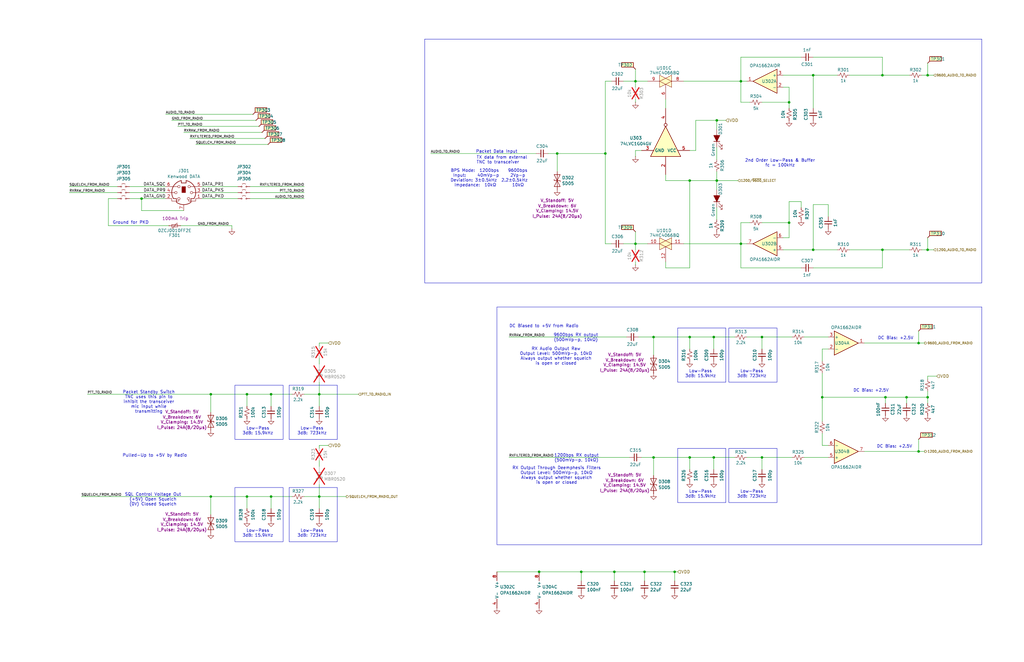
<source format=kicad_sch>
(kicad_sch (version 20250114) (generator "eeschema") (generator_version "9.0")
  (paper "B")
  (rectangle (start 571.5 77.47) (end 688.34 120.65))
  (rectangle (start 179.07 16.51) (end 414.02 119.38))
  (rectangle (start 121.92 205.74) (end 142.24 228.6))
  (rectangle (start 121.92 162.56) (end 142.24 185.42))
  (rectangle (start 209.55 129.54) (end 414.02 229.87))
  (rectangle (start 99.06 205.74) (end 119.38 228.6))
  (rectangle (start 285.75 189.23) (end 306.07 212.09))
  (rectangle (start 307.34 138.43) (end 327.66 161.29))
  (rectangle (start 285.75 138.43) (end 306.07 161.29))
  (rectangle (start 99.06 162.56) (end 119.38 185.42))
  (rectangle (start 307.34 189.23) (end 327.66 212.09))
  (text "1200bps RX output\n(500mVp-p, 10kΩ)" (at 243.078 193.294 0) (effects (font (size 1.27 1.27))))
  (text "DC Biased to +5V from Radio" (at 229.362 138.43 0) (effects (font (size 1.27 1.27)) (justify bottom)))
  (text "Packet Standby Switch\nTNC uses this pin to\ninhibit the transceiver\nmic input while\ntransmitting" (at 62.738 169.672 0) (effects (font (size 1.27 1.27))))
  (text "Low-Pass\n3dB: 15.9kHz" (at 295.402 157.734 0) (effects (font (size 1.27 1.27))))
  (text "RX Audio Output Raw\nOutput Level: 500mVp-p, 10kΩ\nAlways output whether squelch\nis open or closed" (at 234.442 154.178 0) (effects (font (size 1.27 1.27)) (justify bottom)))
  (text "Low-Pass\n3dB: 15.9kHz" (at 108.712 225.044 0) (effects (font (size 1.27 1.27))))
  (text "Low-Pass\n3dB: 723kHz" (at 131.572 225.044 0) (effects (font (size 1.27 1.27))))
  (text "DC Bias: +2.5V" (at 367.284 164.846 0) (effects (font (size 1.27 1.27))))
  (text "Low-Pass\n3dB: 15.9kHz" (at 295.402 208.534 0) (effects (font (size 1.27 1.27))))
  (text "TX data from external\nTNC to transceiver" (at 200.914 65.786 0) (effects (font (size 1.27 1.27)) (justify left top)))
  (text "Low-Pass\n3dB: 723kHz" (at 316.992 157.734 0) (effects (font (size 1.27 1.27))))
  (text "DC Bias: +2.5V" (at 377.19 188.468 0) (effects (font (size 1.27 1.27))))
  (text "Low-Pass\n3dB: 15.9kHz" (at 108.712 181.864 0) (effects (font (size 1.27 1.27))))
  (text "RX Output Through Deemphesis Filters\nOutput Level: 500mVp-p, 10kΩ\nAlways output whether squelch\nis open or closed" (at 234.696 204.47 0) (effects (font (size 1.27 1.27)) (justify bottom)))
  (text "Ground for PKD" (at 47.498 94.742 0) (effects (font (size 1.27 1.27)) (justify left bottom)))
  (text "Low-Pass\n3dB: 723kHz" (at 131.572 181.864 0) (effects (font (size 1.27 1.27))))
  (text "9600bps RX output\n(500mVp-p, 10kΩ)" (at 242.824 142.494 0) (effects (font (size 1.27 1.27))))
  (text "Pulled-Up to +5V by Radio" (at 65.278 192.278 0) (effects (font (size 1.27 1.27))))
  (text "2nd Order Low-Pass & Buffer\nfc = 100kHz" (at 328.93 68.834 0) (effects (font (size 1.27 1.27))))
  (text "Low-Pass\n3dB: 723kHz" (at 316.992 208.534 0) (effects (font (size 1.27 1.27))))
  (text "BPS Mode:  1200bps    9600bps\nInput:     40mVp-p     2Vp-p\nDeviation: 3±0.5kHz  2.2±0.5kHz\nImpedance:  10kΩ       10kΩ" (at 206.248 78.994 0) (effects (font (size 1.27 1.27)) (justify bottom)))
  (text "DC Bias: +2.5V" (at 377.698 142.748 0) (effects (font (size 1.27 1.27))))
  (text "Packet Data Input" (at 200.66 64.77 0) (effects (font (size 1.27 1.27)) (justify left bottom)))
  (text "SQL Control Voltage Out\n(+5V) Open Squelch\n(0V) Closed Squelch" (at 64.516 210.82 0) (effects (font (size 1.27 1.27))))
  (junction (at 342.9 105.41))
  (junction (at 267.97 34.29))
  (junction (at 382.27 167.64))
  (junction (at 134.62 209.55))
  (junction (at 134.62 166.37))
  (junction (at 267.97 102.87))
  (junction (at 391.16 167.64))
  (junction (at 88.9 166.37))
  (junction (at 275.59 193.04))
  (junction (at 59.69 83.82))
  (junction (at 227.33 241.3))
  (junction (at 387.35 144.78))
  (junction (at 114.3 209.55))
  (junction (at 104.14 209.55))
  (junction (at 275.59 142.24))
  (junction (at 88.9 209.55))
  (junction (at 391.16 105.41))
  (junction (at 391.16 31.75))
  (junction (at 290.83 142.24))
  (junction (at 342.9 31.75))
  (junction (at 346.71 167.64))
  (junction (at 332.74 43.18))
  (junction (at 372.11 105.41))
  (junction (at 271.78 241.3))
  (junction (at 114.3 166.37))
  (junction (at 332.74 93.98))
  (junction (at 255.27 64.77))
  (junction (at 290.83 193.04))
  (junction (at 104.14 166.37))
  (junction (at 321.31 142.24))
  (junction (at 284.48 241.3))
  (junction (at 302.26 50.8))
  (junction (at 372.11 31.75))
  (junction (at 312.42 34.29))
  (junction (at 300.99 193.04))
  (junction (at 300.99 142.24))
  (junction (at 387.35 190.5))
  (junction (at 234.95 64.77))
  (junction (at 312.42 102.87))
  (junction (at 290.83 76.2))
  (junction (at 245.11 241.3))
  (junction (at 373.38 167.64))
  (junction (at 321.31 193.04))
  (junction (at 302.26 76.2))
  (junction (at 259.08 241.3))
  (wire (pts (xy 134.62 144.78) (xy 134.62 146.05)))
  (wire (pts (xy 134.62 187.96) (xy 134.62 189.23)))
  (wire (pts (xy 358.14 31.75) (xy 372.11 31.75)))
  (wire (pts (xy 262.89 34.29) (xy 267.97 34.29)))
  (wire (pts (xy 104.14 166.37) (xy 114.3 166.37)))
  (wire (pts (xy 373.38 167.64) (xy 373.38 170.18)))
  (wire (pts (xy 271.78 241.3) (xy 271.78 245.11)))
  (wire (pts (xy 387.35 139.7) (xy 387.35 144.78)))
  (wire (pts (xy 77.47 55.88) (xy 110.49 55.88)))
  (wire (pts (xy 290.83 76.2) (xy 290.83 113.03)))
  (wire (pts (xy 387.35 144.78) (xy 364.49 144.78)))
  (wire (pts (xy 209.55 241.3) (xy 227.33 241.3)))
  (wire (pts (xy 346.71 167.64) (xy 373.38 167.64)))
  (wire (pts (xy 54.61 83.82) (xy 59.69 83.82)))
  (wire (pts (xy 270.51 193.04) (xy 275.59 193.04)))
  (wire (pts (xy 105.41 78.74) (xy 128.27 78.74)))
  (wire (pts (xy 104.14 209.55) (xy 104.14 214.63)))
  (wire (pts (xy 104.14 209.55) (xy 114.3 209.55)))
  (wire (pts (xy 134.62 166.37) (xy 128.27 166.37)))
  (wire (pts (xy 275.59 193.04) (xy 275.59 200.66)))
  (wire (pts (xy 275.59 142.24) (xy 290.83 142.24)))
  (wire (pts (xy 259.08 241.3) (xy 271.78 241.3)))
  (wire (pts (xy 342.9 31.75) (xy 353.06 31.75)))
  (wire (pts (xy 181.61 64.77) (xy 226.06 64.77)))
  (wire (pts (xy 284.48 241.3) (xy 285.75 241.3)))
  (wire (pts (xy 45.72 95.25) (xy 45.72 83.82)))
  (wire (pts (xy 227.33 241.3) (xy 245.11 241.3)))
  (wire (pts (xy 346.71 157.48) (xy 346.71 167.64)))
  (wire (pts (xy 372.11 24.13) (xy 372.11 31.75)))
  (wire (pts (xy 45.72 83.82) (xy 49.53 83.82)))
  (wire (pts (xy 337.82 85.09) (xy 337.82 87.63)))
  (wire (pts (xy 321.31 43.18) (xy 332.74 43.18)))
  (wire (pts (xy 373.38 167.64) (xy 382.27 167.64)))
  (wire (pts (xy 342.9 113.03) (xy 372.11 113.03)))
  (wire (pts (xy 300.99 193.04) (xy 309.88 193.04)))
  (wire (pts (xy 54.61 81.28) (xy 69.85 81.28)))
  (wire (pts (xy 255.27 34.29) (xy 257.81 34.29)))
  (wire (pts (xy 288.29 34.29) (xy 312.42 34.29)))
  (wire (pts (xy 372.11 105.41) (xy 383.54 105.41)))
  (wire (pts (xy 358.14 105.41) (xy 372.11 105.41)))
  (wire (pts (xy 302.26 62.23) (xy 302.26 67.31)))
  (wire (pts (xy 349.25 86.36) (xy 342.9 86.36)))
  (wire (pts (xy 332.74 93.98) (xy 321.31 93.98)))
  (wire (pts (xy 391.16 26.67) (xy 391.16 31.75)))
  (wire (pts (xy 85.09 81.28) (xy 100.33 81.28)))
  (wire (pts (xy 312.42 24.13) (xy 312.42 34.29)))
  (wire (pts (xy 372.11 31.75) (xy 383.54 31.75)))
  (wire (pts (xy 134.62 209.55) (xy 128.27 209.55)))
  (wire (pts (xy 114.3 171.45) (xy 114.3 166.37)))
  (wire (pts (xy 321.31 198.12) (xy 321.31 193.04)))
  (wire (pts (xy 290.83 193.04) (xy 300.99 193.04)))
  (wire (pts (xy 88.9 209.55) (xy 88.9 217.17)))
  (wire (pts (xy 255.27 102.87) (xy 257.81 102.87)))
  (wire (pts (xy 293.37 50.8) (xy 293.37 63.5)))
  (wire (pts (xy 346.71 147.32) (xy 349.25 147.32)))
  (wire (pts (xy 76.2 95.25) (xy 97.79 95.25)))
  (wire (pts (xy 391.16 167.64) (xy 391.16 170.18)))
  (wire (pts (xy 267.97 29.21) (xy 267.97 34.29)))
  (wire (pts (xy 234.95 64.77) (xy 234.95 72.39)))
  (wire (pts (xy 300.99 147.32) (xy 300.99 142.24)))
  (wire (pts (xy 138.43 187.96) (xy 134.62 187.96)))
  (wire (pts (xy 134.62 166.37) (xy 151.13 166.37)))
  (wire (pts (xy 321.31 142.24) (xy 334.01 142.24)))
  (wire (pts (xy 290.83 113.03) (xy 280.67 113.03)))
  (wire (pts (xy 337.82 24.13) (xy 312.42 24.13)))
  (wire (pts (xy 391.16 31.75) (xy 393.7 31.75)))
  (wire (pts (xy 271.78 241.3) (xy 284.48 241.3)))
  (wire (pts (xy 330.2 105.41) (xy 342.9 105.41)))
  (wire (pts (xy 59.69 88.9) (xy 59.69 83.82)))
  (wire (pts (xy 391.16 158.75) (xy 391.16 160.02)))
  (wire (pts (xy 332.74 36.83) (xy 332.74 43.18)))
  (wire (pts (xy 388.62 105.41) (xy 391.16 105.41)))
  (wire (pts (xy 389.89 144.78) (xy 387.35 144.78)))
  (wire (pts (xy 391.16 100.33) (xy 391.16 105.41)))
  (wire (pts (xy 231.14 64.77) (xy 234.95 64.77)))
  (wire (pts (xy 85.09 83.82) (xy 100.33 83.82)))
  (wire (pts (xy 69.85 48.26) (xy 106.68 48.26)))
  (wire (pts (xy 290.83 198.12) (xy 290.83 193.04)))
  (wire (pts (xy 280.67 113.03) (xy 280.67 110.49)))
  (wire (pts (xy 234.95 64.77) (xy 255.27 64.77)))
  (wire (pts (xy 382.27 170.18) (xy 382.27 167.64)))
  (wire (pts (xy 134.62 209.55) (xy 146.05 209.55)))
  (wire (pts (xy 332.74 85.09) (xy 332.74 93.98)))
  (wire (pts (xy 302.26 87.63) (xy 302.26 92.71)))
  (wire (pts (xy 284.48 241.3) (xy 284.48 245.11)))
  (wire (pts (xy 342.9 105.41) (xy 353.06 105.41)))
  (wire (pts (xy 262.89 102.87) (xy 267.97 102.87)))
  (wire (pts (xy 97.79 96.52) (xy 97.79 95.25)))
  (wire (pts (xy 134.62 151.13) (xy 134.62 153.67)))
  (wire (pts (xy 312.42 113.03) (xy 312.42 102.87)))
  (wire (pts (xy 72.39 50.8) (xy 107.95 50.8)))
  (wire (pts (xy 267.97 102.87) (xy 273.05 102.87)))
  (wire (pts (xy 312.42 34.29) (xy 312.42 43.18)))
  (wire (pts (xy 134.62 194.31) (xy 134.62 196.85)))
  (wire (pts (xy 312.42 93.98) (xy 312.42 102.87)))
  (wire (pts (xy 255.27 64.77) (xy 255.27 34.29)))
  (wire (pts (xy 267.97 41.91) (xy 267.97 43.18)))
  (wire (pts (xy 280.67 76.2) (xy 280.67 73.66)))
  (wire (pts (xy 300.99 142.24) (xy 309.88 142.24)))
  (wire (pts (xy 337.82 113.03) (xy 312.42 113.03)))
  (wire (pts (xy 349.25 187.96) (xy 346.71 187.96)))
  (wire (pts (xy 267.97 34.29) (xy 273.05 34.29)))
  (wire (pts (xy 302.26 80.01) (xy 302.26 76.2)))
  (wire (pts (xy 36.83 166.37) (xy 88.9 166.37)))
  (wire (pts (xy 267.97 34.29) (xy 267.97 36.83)))
  (wire (pts (xy 134.62 161.29) (xy 134.62 166.37)))
  (wire (pts (xy 245.11 241.3) (xy 259.08 241.3)))
  (wire (pts (xy 332.74 43.18) (xy 332.74 45.72)))
  (wire (pts (xy 302.26 54.61) (xy 302.26 50.8)))
  (wire (pts (xy 337.82 85.09) (xy 332.74 85.09)))
  (wire (pts (xy 71.12 95.25) (xy 45.72 95.25)))
  (wire (pts (xy 80.01 58.42) (xy 111.76 58.42)))
  (wire (pts (xy 88.9 166.37) (xy 104.14 166.37)))
  (wire (pts (xy 300.99 198.12) (xy 300.99 193.04)))
  (wire (pts (xy 391.16 105.41) (xy 393.7 105.41)))
  (wire (pts (xy 346.71 152.4) (xy 346.71 147.32)))
  (wire (pts (xy 330.2 100.33) (xy 332.74 100.33)))
  (wire (pts (xy 288.29 102.87) (xy 312.42 102.87)))
  (wire (pts (xy 267.97 102.87) (xy 267.97 105.41)))
  (wire (pts (xy 104.14 171.45) (xy 104.14 166.37)))
  (wire (pts (xy 387.35 185.42) (xy 387.35 190.5)))
  (wire (pts (xy 342.9 31.75) (xy 342.9 45.72)))
  (wire (pts (xy 316.23 43.18) (xy 312.42 43.18)))
  (wire (pts (xy 321.31 147.32) (xy 321.31 142.24)))
  (wire (pts (xy 267.97 97.79) (xy 267.97 102.87)))
  (wire (pts (xy 77.47 88.9) (xy 59.69 88.9)))
  (wire (pts (xy 387.35 190.5) (xy 364.49 190.5)))
  (wire (pts (xy 269.24 142.24) (xy 275.59 142.24)))
  (wire (pts (xy 389.89 190.5) (xy 387.35 190.5)))
  (wire (pts (xy 59.69 83.82) (xy 69.85 83.82)))
  (wire (pts (xy 302.26 72.39) (xy 302.26 76.2)))
  (wire (pts (xy 280.67 45.72) (xy 280.67 41.91)))
  (wire (pts (xy 134.62 204.47) (xy 134.62 209.55)))
  (wire (pts (xy 105.41 83.82) (xy 128.27 83.82)))
  (wire (pts (xy 316.23 93.98) (xy 312.42 93.98)))
  (wire (pts (xy 330.2 31.75) (xy 342.9 31.75)))
  (wire (pts (xy 259.08 241.3) (xy 259.08 245.11)))
  (wire (pts (xy 372.11 105.41) (xy 372.11 113.03)))
  (wire (pts (xy 245.11 241.3) (xy 245.11 245.11)))
  (wire (pts (xy 280.67 76.2) (xy 290.83 76.2)))
  (wire (pts (xy 34.29 209.55) (xy 88.9 209.55)))
  (wire (pts (xy 82.55 60.96) (xy 113.03 60.96)))
  (wire (pts (xy 74.93 53.34) (xy 109.22 53.34)))
  (wire (pts (xy 312.42 34.29) (xy 314.96 34.29)))
  (wire (pts (xy 302.26 50.8) (xy 293.37 50.8)))
  (wire (pts (xy 346.71 167.64) (xy 346.71 177.8)))
  (wire (pts (xy 349.25 91.44) (xy 349.25 86.36)))
  (wire (pts (xy 321.31 142.24) (xy 314.96 142.24)))
  (wire (pts (xy 114.3 214.63) (xy 114.3 209.55)))
  (wire (pts (xy 339.09 142.24) (xy 349.25 142.24)))
  (wire (pts (xy 332.74 100.33) (xy 332.74 93.98)))
  (wire (pts (xy 267.97 110.49) (xy 267.97 111.76)))
  (wire (pts (xy 302.26 50.8) (xy 306.07 50.8)))
  (wire (pts (xy 342.9 86.36) (xy 342.9 105.41)))
  (wire (pts (xy 275.59 142.24) (xy 275.59 149.86)))
  (wire (pts (xy 391.16 165.1) (xy 391.16 167.64)))
  (wire (pts (xy 388.62 31.75) (xy 391.16 31.75)))
  (wire (pts (xy 290.83 76.2) (xy 302.26 76.2)))
  (wire (pts (xy 321.31 193.04) (xy 334.01 193.04)))
  (wire (pts (xy 346.71 182.88) (xy 346.71 187.96)))
  (wire (pts (xy 114.3 166.37) (xy 123.19 166.37)))
  (wire (pts (xy 275.59 193.04) (xy 290.83 193.04)))
  (wire (pts (xy 134.62 171.45) (xy 134.62 166.37)))
  (wire (pts (xy 394.97 158.75) (xy 391.16 158.75)))
  (wire (pts (xy 293.37 63.5) (xy 290.83 63.5)))
  (wire (pts (xy 255.27 64.77) (xy 255.27 102.87)))
  (wire (pts (xy 214.63 193.04) (xy 265.43 193.04)))
  (wire (pts (xy 105.41 81.28) (xy 128.27 81.28)))
  (wire (pts (xy 267.97 63.5) (xy 270.51 63.5)))
  (wire (pts (xy 114.3 209.55) (xy 123.19 209.55)))
  (wire (pts (xy 88.9 166.37) (xy 88.9 173.99)))
  (wire (pts (xy 138.43 144.78) (xy 134.62 144.78)))
  (wire (pts (xy 85.09 78.74) (xy 100.33 78.74)))
  (wire (pts (xy 290.83 147.32) (xy 290.83 142.24)))
  (wire (pts (xy 29.21 78.74) (xy 49.53 78.74)))
  (wire (pts (xy 134.62 214.63) (xy 134.62 209.55)))
  (wire (pts (xy 302.26 76.2) (xy 311.15 76.2)))
  (wire (pts (xy 290.83 142.24) (xy 300.99 142.24)))
  (wire (pts (xy 267.97 66.04) (xy 267.97 63.5)))
  (wire (pts (xy 339.09 193.04) (xy 349.25 193.04)))
  (wire (pts (xy 88.9 209.55) (xy 104.14 209.55)))
  (wire (pts (xy 330.2 36.83) (xy 332.74 36.83)))
  (wire (pts (xy 29.21 81.28) (xy 49.53 81.28)))
  (wire (pts (xy 342.9 24.13) (xy 372.11 24.13)))
  (wire (pts (xy 214.63 142.24) (xy 264.16 142.24)))
  (wire (pts (xy 312.42 102.87) (xy 314.96 102.87)))
  (wire (pts (xy 54.61 78.74) (xy 69.85 78.74)))
  (wire (pts (xy 321.31 193.04) (xy 314.96 193.04)))
  (wire (pts (xy 382.27 167.64) (xy 391.16 167.64)))
  (label "GND_FROM_RADIO" (at 96.52 95.25 180) (effects (font (size 1 1))))
  (label "DATA_SQC" (at 69.85 78.74 180))
  (label "PTT_TO_RADIO" (at 74.93 53.34 0) (effects (font (size 1 1))))
  (label "AUDIO_TO_RADIO" (at 69.85 48.26 0) (effects (font (size 1 1))))
  (label "RXFILTERED_FROM_RADIO" (at 80.01 58.42 0) (effects (font (size 1 1))))
  (label "RXFILTERED_FROM_RADIO" (at 214.63 193.04 0) (effects (font (size 1 1))))
  (label "SQUELCH_FROM_RADIO" (at 29.21 78.74 0) (effects (font (size 1 1))))
  (label "RXFILTERED_FROM_RADIO" (at 128.27 78.74 180) (effects (font (size 1 1))))
  (label "RXRAW_FROM_RADIO" (at 77.47 55.88 0) (effects (font (size 1 1))))
  (label "GND_FROM_RADIO" (at 72.39 50.8 0) (effects (font (size 1 1))))
  (label "DATA_PKD" (at 85.09 83.82 0))
  (label "DATA_GND" (at 69.85 83.82 180))
  (label "RXRAW_FROM_RADIO" (at 29.21 81.28 0) (effects (font (size 1 1))))
  (label "DATA_PR1" (at 85.09 78.74 0))
  (label "PTT_TO_RADIO" (at 36.83 166.37 0) (effects (font (size 1 1))))
  (label "AUDIO_TO_RADIO" (at 128.27 83.82 180) (effects (font (size 1 1))))
  (label "SQUELCH_FROM_RADIO" (at 34.29 209.55 0) (effects (font (size 1 1))))
  (label "PTT_TO_RADIO" (at 128.27 81.28 180) (effects (font (size 1 1))))
  (label "RXRAW_FROM_RADIO" (at 214.63 142.24 0) (effects (font (size 1 1))))
  (label "DATA_PR9" (at 69.85 81.28 180))
  (label "DATA_PKS" (at 85.09 81.28 0))
  (label "SQUELCH_FROM_RADIO" (at 82.55 60.96 0) (effects (font (size 1 1))))
  (label "AUDIO_TO_RADIO" (at 181.61 64.77 0) (effects (font (size 1 1))))
  (hierarchical_label "1200{slash}~{9600}_SELECT" (shape input) (at 311.15 76.2 0) (effects (font (size 1 1))))
  (hierarchical_label "9600_AUDIO_TO_RADIO" (shape input) (at 393.7 31.75 0) (effects (font (size 1 1))))
  (hierarchical_label "1200_AUDIO_FROM_RADIO" (shape output) (at 389.89 190.5 0) (effects (font (size 1 1))))
  (hierarchical_label "VDD" (shape input) (at 394.97 158.75 0))
  (hierarchical_label "PTT_TO_RADIO_IN" (shape input) (at 151.13 166.37 0) (effects (font (size 1 1))))
  (hierarchical_label "VDD" (shape input) (at 138.43 144.78 0))
  (hierarchical_label "1200_AUDIO_TO_RADIO" (shape input) (at 393.7 105.41 0) (effects (font (size 1 1))))
  (hierarchical_label "VDD" (shape input) (at 285.75 241.3 0))
  (hierarchical_label "9600_AUDIO_FROM_RADIO" (shape output) (at 389.89 144.78 0) (effects (font (size 1 1))))
  (hierarchical_label "VDD" (shape input) (at 306.07 50.8 0))
  (hierarchical_label "SQUELCH_FROM_RADIO_OUT" (shape output) (at 146.05 209.55 0) (effects (font (size 1 1))))
  (hierarchical_label "VDD" (shape input) (at 138.43 187.96 0))
  (symbol (lib_id "Diode:MBR0520") (at 134.62 157.48 90) (unit 1) (in_bom no) (dnp yes)
    (property "Reference" "D205" (at 136.652 156.5853 90) (effects (justify right)))
    (property "Value" "MBR0520" (at 136.652 159.0096 90) (effects (justify right)))
    (property "Footprint" "Diode_SMD:D_SOD-123" (effects (hide yes)))
    (property "Datasheet" "http://www.mccsemi.com/up_pdf/MBR0520~MBR0580(SOD123).pdf" (effects (hide yes)))
    (property "Description" "20V 0.5A Schottky Power Rectifier Diode, SOD-123" (effects (hide yes)))
    (instances (project "DATA Switcher" (path "" (reference "D305") (unit 1)) (path "" (reference "D505") (unit 1)) (path "" (reference "D205") (unit 1)) (path "" (reference "D405") (unit 1))))
  )
  (symbol (lib_id "Device:R_Small_US") (at 290.83 149.86 0) (unit 1)
    (property "Reference" "R216" (at 288.29 149.86 90))
    (property "Value" "100k" (at 293.37 149.86 90))
    (property "Footprint" "Resistor_SMD:R_0402_1005Metric" (effects (hide yes)))
    (property "Description" "Resistor, small US symbol" (effects (hide yes)))
    (instances (project "DATA Switcher" (path "" (reference "R316") (unit 1)) (path "" (reference "R516") (unit 1)) (path "" (reference "R216") (unit 1)) (path "" (reference "R416") (unit 1))))
  )
  (symbol (lib_id "Device:C_Small") (at 300.99 149.86 0) (unit 1)
    (property "Reference" "C209" (at 297.942 149.86 90))
    (property "Value" "100p" (at 304.292 149.86 90))
    (property "Footprint" "Capacitor_SMD:C_0402_1005Metric" (effects (hide yes)))
    (property "Description" "Unpolarized capacitor, small symbol" (effects (hide yes)))
    (instances (project "DATA Switcher" (path "" (reference "C309") (unit 1)) (path "" (reference "C509") (unit 1)) (path "" (reference "C209") (unit 1)) (path "" (reference "C409") (unit 1))))
  )
  (symbol (lib_id "power:GND") (at 302.26 97.79 0) (mirror y) (unit 1)
    (property "Reference" "#PWR0209" (effects (hide yes)))
    (property "Value" "GND" (effects (hide yes)))
    (property "Description" "Power symbol creates a global label with name \"GND\" , ground" (effects (hide yes)))
    (instances (project "DATA Switcher" (path "" (reference "#PWR0309") (unit 1)) (path "" (reference "#PWR0509") (unit 1)) (path "" (reference "#PWR0209") (unit 1)) (path "" (reference "#PWR0409") (unit 1))))
  )
  (symbol (lib_id "Device:C_Small") (at 134.62 173.99 0) (unit 1)
    (property "Reference" "C214" (at 131.572 173.99 90))
    (property "Value" "100p" (at 137.922 173.99 90))
    (property "Footprint" "Capacitor_SMD:C_0402_1005Metric" (effects (hide yes)))
    (property "Description" "Unpolarized capacitor, small symbol" (effects (hide yes)))
    (instances (project "DATA Switcher" (path "" (reference "C314") (unit 1)) (path "" (reference "C514") (unit 1)) (path "" (reference "C214") (unit 1)) (path "" (reference "C414") (unit 1))))
  )
  (symbol (lib_id "Device:R_Small_US") (at 104.14 173.99 0) (unit 1)
    (property "Reference" "R221" (at 101.6 173.99 90))
    (property "Value" "100k" (at 106.68 173.99 90))
    (property "Footprint" "Resistor_SMD:R_0402_1005Metric" (effects (hide yes)))
    (property "Description" "Resistor, small US symbol" (effects (hide yes)))
    (instances (project "DATA Switcher" (path "" (reference "R321") (unit 1)) (path "" (reference "R521") (unit 1)) (path "" (reference "R221") (unit 1)) (path "" (reference "R421") (unit 1))))
  )
  (symbol (lib_id "Connector:TestPoint_Flag") (at 113.03 60.96 0) (unit 1)
    (property "Reference" "TP208" (at 114.3 59.182 0) (effects (justify left)))
    (property "Value" "TestPoint_Flag" (effects (hide yes)))
    (property "Footprint" "Libraries:KEYSTONE_5017" (effects (hide yes)))
    (property "Description" "test point (alternative flag-style design)" (effects (hide yes)))
    (instances (project "DATA Switcher" (path "" (reference "TP308") (unit 1)) (path "" (reference "TP508") (unit 1)) (path "" (reference "TP208") (unit 1)) (path "" (reference "TP408") (unit 1))))
  )
  (symbol (lib_id "power:GND") (at 300.99 203.2 0) (unit 1)
    (property "Reference" "#PWR0223" (effects (hide yes)))
    (property "Value" "GND" (effects (hide yes)))
    (property "Description" "Power symbol creates a global label with name \"GND\" , ground" (effects (hide yes)))
    (instances (project "DATA Switcher" (path "" (reference "#PWR0323") (unit 1)) (path "" (reference "#PWR0523") (unit 1)) (path "" (reference "#PWR0223") (unit 1)) (path "" (reference "#PWR0423") (unit 1))))
  )
  (symbol (lib_id "power:GND") (at 275.59 208.28 0) (mirror y) (unit 1)
    (property "Reference" "#PWR0225" (effects (hide yes)))
    (property "Value" "GND" (effects (hide yes)))
    (property "Description" "Power symbol creates a global label with name \"GND\" , ground" (effects (hide yes)))
    (instances (project "DATA Switcher" (path "" (reference "#PWR0325") (unit 1)) (path "" (reference "#PWR0525") (unit 1)) (path "" (reference "#PWR0225") (unit 1)) (path "" (reference "#PWR0425") (unit 1))))
  )
  (symbol (lib_id "Device:C_Small") (at 271.78 247.65 0) (mirror y) (unit 1)
    (property "Reference" "C222" (at 274.1041 246.4441 0) (effects (justify right)))
    (property "Value" "22uF" (at 274.1041 248.8684 0) (effects (justify right)))
    (property "Footprint" "Capacitor_SMD:C_0603_1608Metric" (effects (hide yes)))
    (property "Description" "Unpolarized capacitor, small symbol" (effects (hide yes)))
    (instances (project "DATA Switcher" (path "" (reference "C322") (unit 1)) (path "" (reference "C522") (unit 1)) (path "" (reference "C222") (unit 1)) (path "" (reference "C422") (unit 1))))
  )
  (symbol (lib_id "power:GND") (at 88.9 224.79 0) (mirror y) (unit 1)
    (property "Reference" "#PWR0229" (effects (hide yes)))
    (property "Value" "GND" (effects (hide yes)))
    (property "Description" "Power symbol creates a global label with name \"GND\" , ground" (effects (hide yes)))
    (instances (project "DATA Switcher" (path "" (reference "#PWR0329") (unit 1)) (path "" (reference "#PWR0529") (unit 1)) (path "" (reference "#PWR0229") (unit 1)) (path "" (reference "#PWR0429") (unit 1))))
  )
  (symbol (lib_id "Device:C_Small") (at 342.9 48.26 180) (unit 1)
    (property "Reference" "C203" (at 339.852 48.26 90))
    (property "Value" "1nF" (at 345.948 48.26 90))
    (property "Footprint" "Capacitor_SMD:C_0402_1005Metric" (effects (hide yes)))
    (property "Description" "Unpolarized capacitor, small symbol" (effects (hide yes)))
    (instances (project "DATA Switcher" (path "" (reference "C303") (unit 1)) (path "" (reference "C503") (unit 1)) (path "" (reference "C203") (unit 1)) (path "" (reference "C403") (unit 1))))
  )
  (symbol (lib_id "power:GND") (at 337.82 92.71 0) (unit 1)
    (property "Reference" "#PWR0206" (effects (hide yes)))
    (property "Value" "GND" (effects (hide yes)))
    (property "Description" "Power symbol creates a global label with name \"GND\" , ground" (effects (hide yes)))
    (instances (project "DATA Switcher" (path "" (reference "#PWR0306") (unit 1)) (path "" (reference "#PWR0506") (unit 1)) (path "" (reference "#PWR0206") (unit 1)) (path "" (reference "#PWR0406") (unit 1))))
  )
  (symbol (lib_id "Jumper:Jumper_2_Small_Open") (at 52.07 81.28 0) (unit 1)
    (property "Reference" "JP203" (at 52.07 72.898 0))
    (property "Value" "Jumper_2_Bridged" (effects (hide yes)))
    (property "Footprint" "Jumper:SolderJumper-2_P1.3mm_Open_Pad1.0x1.5mm" (effects (hide yes)))
    (property "Description" "Jumper, 2-pole, small symbol, open" (effects (hide yes)))
    (instances (project "DATA Switcher" (path "" (reference "JP303") (unit 1)) (path "" (reference "JP503") (unit 1)) (path "" (reference "JP203") (unit 1)) (path "" (reference "JP403") (unit 1))))
  )
  (symbol (lib_id "Connector:TestPoint_Flag") (at 267.97 97.79 0) (mirror y) (unit 1)
    (property "Reference" "TP209" (at 266.7 96.012 0) (effects (justify left)))
    (property "Value" "TestPoint_Flag" (effects (hide yes)))
    (property "Footprint" "Libraries:KEYSTONE_5017" (effects (hide yes)))
    (property "Description" "test point (alternative flag-style design)" (effects (hide yes)))
    (instances (project "DATA Switcher" (path "" (reference "TP309") (unit 1)) (path "" (reference "TP509") (unit 1)) (path "" (reference "TP209") (unit 1)) (path "" (reference "TP409") (unit 1))))
  )
  (symbol (lib_id "Device:R_Small_US") (at 355.6 31.75 90) (unit 1)
    (property "Reference" "R201" (at 355.6 29.464 90))
    (property "Value" "1k" (at 355.6 34.036 90))
    (property "Footprint" "Resistor_SMD:R_0402_1005Metric" (effects (hide yes)))
    (property "Description" "Resistor, small US symbol" (effects (hide yes)))
    (instances (project "DATA Switcher" (path "" (reference "R301") (unit 1)) (path "" (reference "R501") (unit 1)) (path "" (reference "R201") (unit 1)) (path "" (reference "R401") (unit 1))))
  )
  (symbol (lib_id "Connector:TestPoint_Flag") (at 391.16 100.33 0) (unit 1)
    (property "Reference" "TP210" (at 392.43 98.552 0) (effects (justify left)))
    (property "Value" "TestPoint_Flag" (effects (hide yes)))
    (property "Footprint" "Libraries:KEYSTONE_5017" (effects (hide yes)))
    (property "Description" "test point (alternative flag-style design)" (effects (hide yes)))
    (instances (project "DATA Switcher" (path "" (reference "TP310") (unit 1)) (path "" (reference "TP510") (unit 1)) (path "" (reference "TP210") (unit 1)) (path "" (reference "TP410") (unit 1))))
  )
  (symbol (lib_name "C_Small_1") (lib_id "Device:C_Small") (at 340.36 24.13 270) (unit 1)
    (property "Reference" "C201" (at 340.36 27.178 90))
    (property "Value" "1nF" (at 340.36 21.082 90))
    (property "Footprint" "Capacitor_SMD:C_0402_1005Metric" (effects (hide yes)))
    (property "Description" "Unpolarized capacitor, small symbol" (effects (hide yes)))
    (instances (project "DATA Switcher" (path "" (reference "C301") (unit 1)) (path "" (reference "C501") (unit 1)) (path "" (reference "C201") (unit 1)) (path "" (reference "C401") (unit 1))))
  )
  (symbol (lib_id "Jumper:Jumper_2_Small_Open") (at 102.87 83.82 0) (unit 1)
    (property "Reference" "JP206" (at 102.87 75.438 0))
    (property "Value" "Jumper_2_Bridged" (effects (hide yes)))
    (property "Footprint" "Jumper:SolderJumper-2_P1.3mm_Open_Pad1.0x1.5mm" (effects (hide yes)))
    (property "Description" "Jumper, 2-pole, small symbol, open" (effects (hide yes)))
    (instances (project "DATA Switcher" (path "" (reference "JP306") (unit 1)) (path "" (reference "JP506") (unit 1)) (path "" (reference "JP206") (unit 1)) (path "" (reference "JP406") (unit 1))))
  )
  (symbol (lib_id "power:GND") (at 104.14 219.71 0) (unit 1)
    (property "Reference" "#PWR0226" (effects (hide yes)))
    (property "Value" "GND" (effects (hide yes)))
    (property "Description" "Power symbol creates a global label with name \"GND\" , ground" (effects (hide yes)))
    (instances (project "DATA Switcher" (path "" (reference "#PWR0326") (unit 1)) (path "" (reference "#PWR0526") (unit 1)) (path "" (reference "#PWR0226") (unit 1)) (path "" (reference "#PWR0426") (unit 1))))
  )
  (symbol (lib_id "power:GND") (at 245.11 250.19 0) (mirror y) (unit 1)
    (property "Reference" "#PWR0230" (effects (hide yes)))
    (property "Value" "GND" (effects (hide yes)))
    (property "Description" "Power symbol creates a global label with name \"GND\" , ground" (effects (hide yes)))
    (instances (project "DATA Switcher" (path "" (reference "#PWR0330") (unit 1)) (path "" (reference "#PWR0530") (unit 1)) (path "" (reference "#PWR0230") (unit 1)) (path "" (reference "#PWR0430") (unit 1))))
  )
  (symbol (lib_id "Jumper:Jumper_2_Small_Open") (at 52.07 78.74 0) (unit 1)
    (property "Reference" "JP201" (at 52.07 70.358 0))
    (property "Value" "Jumper_2_Bridged" (effects (hide yes)))
    (property "Footprint" "Jumper:SolderJumper-2_P1.3mm_Open_Pad1.0x1.5mm" (effects (hide yes)))
    (property "Description" "Jumper, 2-pole, small symbol, open" (effects (hide yes)))
    (instances (project "DATA Switcher" (path "" (reference "JP301") (unit 1)) (path "" (reference "JP501") (unit 1)) (path "" (reference "JP201") (unit 1)) (path "" (reference "JP401") (unit 1))))
  )
  (symbol (lib_id "Diode:SD05_SOD323") (at 275.59 153.67 90) (unit 1)
    (property "Reference" "D204" (at 277.5966 152.4578 90) (effects (justify right)))
    (property "Value" "SD05" (at 277.5966 154.8821 90) (effects (justify right)))
    (property "Footprint" "Diode_SMD:D_SOD-323" (effects (hide yes)))
    (property "Datasheet" "https://www.littelfuse.com/~/media/electronics/datasheets/tvs_diode_arrays/littelfuse_tvs_diode_array_sd_c_datasheet.pdf.pdf" (effects (hide yes)))
    (property "Description" "5V, 450W Discrete Bidirectional TVS Diode, SOD-323" (effects (hide yes)))
    (property "DigiKey" "https://www.digikey.com/en/products/detail/smc-diode-solutions/SD05/15822319" (effects (hide yes)))
    (property "V_Standoff" "5V" (at 263.398 149.606 90) (show_name yes))
    (property "V_Breakdown" "6V" (at 263.398 151.892 90) (show_name yes))
    (property "V_Clamping" "14.5V" (at 263.398 153.924 90) (show_name yes))
    (property "I_Pulse" "24A(8/20µs)" (at 263.398 156.21 90) (show_name yes))
    (instances (project "DATA Switcher" (path "" (reference "D304") (unit 1)) (path "" (reference "D504") (unit 1)) (path "" (reference "D204") (unit 1)) (path "" (reference "D404") (unit 1))))
  )
  (symbol (lib_id "Device:R_Small_US") (at 318.77 43.18 270) (unit 1)
    (property "Reference" "R204" (at 318.77 40.64 90))
    (property "Value" "5k" (at 318.77 45.72 90))
    (property "Footprint" "Resistor_SMD:R_0402_1005Metric" (effects (hide yes)))
    (property "Description" "Resistor, small US symbol" (effects (hide yes)))
    (instances (project "DATA Switcher" (path "" (reference "R304") (unit 1)) (path "" (reference "R504") (unit 1)) (path "" (reference "R204") (unit 1)) (path "" (reference "R404") (unit 1))))
  )
  (symbol (lib_id "power:GND") (at 275.59 157.48 0) (mirror y) (unit 1)
    (property "Reference" "#PWR0214" (effects (hide yes)))
    (property "Value" "GND" (effects (hide yes)))
    (property "Description" "Power symbol creates a global label with name \"GND\" , ground" (effects (hide yes)))
    (instances (project "DATA Switcher" (path "" (reference "#PWR0314") (unit 1)) (path "" (reference "#PWR0514") (unit 1)) (path "" (reference "#PWR0214") (unit 1)) (path "" (reference "#PWR0414") (unit 1))))
  )
  (symbol (lib_id "power:GND") (at 234.95 80.01 0) (mirror y) (unit 1)
    (property "Reference" "#PWR0205" (effects (hide yes)))
    (property "Value" "GND" (effects (hide yes)))
    (property "Description" "Power symbol creates a global label with name \"GND\" , ground" (effects (hide yes)))
    (instances (project "DATA Switcher" (path "" (reference "#PWR0305") (unit 1)) (path "" (reference "#PWR0505") (unit 1)) (path "" (reference "#PWR0205") (unit 1)) (path "" (reference "#PWR0405") (unit 1))))
  )
  (symbol (lib_id "Device:R_Small_US") (at 125.73 209.55 90) (unit 1)
    (property "Reference" "R227" (at 125.73 207.264 90))
    (property "Value" "2.2k" (at 125.73 211.836 90))
    (property "Footprint" "Resistor_SMD:R_0402_1005Metric" (effects (hide yes)))
    (property "Description" "Resistor, small US symbol" (effects (hide yes)))
    (instances (project "DATA Switcher" (path "" (reference "R327") (unit 1)) (path "" (reference "R527") (unit 1)) (path "" (reference "R227") (unit 1)) (path "" (reference "R427") (unit 1))))
  )
  (symbol (lib_id "Device:C_Small") (at 260.35 34.29 90) (unit 1)
    (property "Reference" "C202" (at 260.35 31.242 90))
    (property "Value" "22uF" (at 260.35 37.338 90))
    (property "Footprint" "Capacitor_SMD:C_0603_1608Metric" (effects (hide yes)))
    (property "Description" "Unpolarized capacitor, small symbol" (effects (hide yes)))
    (instances (project "DATA Switcher" (path "" (reference "C302") (unit 1)) (path "" (reference "C502") (unit 1)) (path "" (reference "C202") (unit 1)) (path "" (reference "C402") (unit 1))))
  )
  (symbol (lib_id "power:GND") (at 134.62 219.71 0) (mirror y) (unit 1)
    (property "Reference" "#PWR0228" (effects (hide yes)))
    (property "Value" "GND" (effects (hide yes)))
    (property "Description" "Power symbol creates a global label with name \"GND\" , ground" (effects (hide yes)))
    (instances (project "DATA Switcher" (path "" (reference "#PWR0328") (unit 1)) (path "" (reference "#PWR0528") (unit 1)) (path "" (reference "#PWR0228") (unit 1)) (path "" (reference "#PWR0428") (unit 1))))
  )
  (symbol (lib_id "Device:C_Small") (at 228.6 64.77 90) (unit 1)
    (property "Reference" "C204" (at 228.6 61.722 90))
    (property "Value" "22uF" (at 228.6 67.818 90))
    (property "Footprint" "Capacitor_SMD:C_0603_1608Metric" (effects (hide yes)))
    (property "Description" "Unpolarized capacitor, small symbol" (effects (hide yes)))
    (instances (project "DATA Switcher" (path "" (reference "C304") (unit 1)) (path "" (reference "C504") (unit 1)) (path "" (reference "C204") (unit 1)) (path "" (reference "C404") (unit 1))))
  )
  (symbol (lib_id "Amplifier_Operational:OPA1656ID") (at 322.58 34.29 0) (mirror y) (unit 1)
    (property "Reference" "U202" (at 324.358 34.29 0))
    (property "Value" "OPA1662AIDR" (at 322.58 27.686 0))
    (property "Footprint" "Package_SO:SOIC-8_3.9x4.9mm_P1.27mm" (effects (hide yes)))
    (property "Datasheet" "https://www.ti.com/lit/ds/symlink/opa1662.pdf?HQS=dis-dk-null-digikeymode-dsf-pf-null-wwe&ts=1750397590108&ref_url=https%253A%252F%252Fwww.ti.com%252Fgeneral%252Fdocs%252Fsuppproductinfo.tsp%253FdistId%253D10%2526gotoUrl%253Dhttps%253A%252F%252Fwww.ti.com%252Flit%252Fgpn%252Fopa1662" (effects (hide yes)))
    (property "Description" "Dual Ultra-Low-Noise, Low-Distortion, FET-Input, Burr-Brown Audio Operational Amplifiers, SOIC-8" (effects (hide yes)))
    (instances (project "DATA Switcher" (path "" (reference "U302") (unit 1)) (path "" (reference "U502") (unit 1)) (path "" (reference "U202") (unit 1)) (path "" (reference "U402") (unit 1))))
  )
  (symbol (lib_id "Device:C_Small") (at 349.25 93.98 180) (unit 1)
    (property "Reference" "C205" (at 346.202 93.98 90))
    (property "Value" "1nF" (at 352.298 93.98 90))
    (property "Footprint" "Capacitor_SMD:C_0603_1608Metric" (effects (hide yes)))
    (property "Description" "Unpolarized capacitor, small symbol" (effects (hide yes)))
    (instances (project "DATA Switcher" (path "" (reference "C305") (unit 1)) (path "" (reference "C505") (unit 1)) (path "" (reference "C205") (unit 1)) (path "" (reference "C405") (unit 1))))
  )
  (symbol (lib_id "Device:R_Small_US") (at 386.08 105.41 90) (unit 1)
    (property "Reference" "R211" (at 386.08 103.124 90))
    (property "Value" "1k" (at 386.08 107.696 90))
    (property "Footprint" "Resistor_SMD:R_0402_1005Metric" (effects (hide yes)))
    (property "Description" "Resistor, small US symbol" (effects (hide yes)))
    (instances (project "DATA Switcher" (path "" (reference "R311") (unit 1)) (path "" (reference "R511") (unit 1)) (path "" (reference "R211") (unit 1)) (path "" (reference "R411") (unit 1))))
  )
  (symbol (lib_id "Device:C_Small") (at 260.35 102.87 90) (unit 1)
    (property "Reference" "C206" (at 260.35 99.822 90))
    (property "Value" "22uF" (at 260.35 105.918 90))
    (property "Footprint" "Capacitor_SMD:C_0603_1608Metric" (effects (hide yes)))
    (property "Description" "Unpolarized capacitor, small symbol" (effects (hide yes)))
    (instances (project "DATA Switcher" (path "" (reference "C306") (unit 1)) (path "" (reference "C506") (unit 1)) (path "" (reference "C206") (unit 1)) (path "" (reference "C406") (unit 1))))
  )
  (symbol (lib_id "power:GND") (at 114.3 176.53 0) (unit 1)
    (property "Reference" "#PWR0219" (effects (hide yes)))
    (property "Value" "GND" (effects (hide yes)))
    (property "Description" "Power symbol creates a global label with name \"GND\" , ground" (effects (hide yes)))
    (instances (project "DATA Switcher" (path "" (reference "#PWR0319") (unit 1)) (path "" (reference "#PWR0519") (unit 1)) (path "" (reference "#PWR0219") (unit 1)) (path "" (reference "#PWR0419") (unit 1))))
  )
  (symbol (lib_id "Device:LED_Filled") (at 302.26 83.82 90) (unit 1)
    (property "Reference" "D203" (at 303.784 82.296 0) (effects (justify left)))
    (property "Value" "Green" (at 300.736 85.852 0) (effects (justify right)))
    (property "Footprint" "LED_SMD:LED_0603_1608Metric" (effects (hide yes)))
    (property "Description" "Light emitting diode, filled shape" (effects (hide yes)))
    (property "DigiKey Part Number" "732-5016-ND" (effects (hide yes)))
    (instances (project "DATA Switcher" (path "" (reference "D303") (unit 1)) (path "" (reference "D503") (unit 1)) (path "" (reference "D203") (unit 1)) (path "" (reference "D403") (unit 1))))
  )
  (symbol (lib_id "Device:R_Small_US") (at 391.16 172.72 0) (unit 1)
    (property "Reference" "R220" (at 388.874 172.72 90))
    (property "Value" "4k7" (at 393.446 172.72 90))
    (property "Footprint" "Resistor_SMD:R_0402_1005Metric" (effects (hide yes)))
    (property "Description" "Resistor, small US symbol" (effects (hide yes)))
    (instances (project "DATA Switcher" (path "" (reference "R320") (unit 1)) (path "" (reference "R520") (unit 1)) (path "" (reference "R220") (unit 1)) (path "" (reference "R420") (unit 1))))
  )
  (symbol (lib_id "power:GND") (at 321.31 203.2 0) (mirror y) (unit 1)
    (property "Reference" "#PWR0224" (effects (hide yes)))
    (property "Value" "GND" (effects (hide yes)))
    (property "Description" "Power symbol creates a global label with name \"GND\" , ground" (effects (hide yes)))
    (instances (project "DATA Switcher" (path "" (reference "#PWR0324") (unit 1)) (path "" (reference "#PWR0524") (unit 1)) (path "" (reference "#PWR0224") (unit 1)) (path "" (reference "#PWR0424") (unit 1))))
  )
  (symbol (lib_id "Device:C_Small") (at 134.62 217.17 0) (unit 1)
    (property "Reference" "C219" (at 131.572 217.17 90))
    (property "Value" "100p" (at 137.922 217.17 90))
    (property "Footprint" "Capacitor_SMD:C_0402_1005Metric" (effects (hide yes)))
    (property "Description" "Unpolarized capacitor, small symbol" (effects (hide yes)))
    (instances (project "DATA Switcher" (path "" (reference "C319") (unit 1)) (path "" (reference "C519") (unit 1)) (path "" (reference "C219") (unit 1)) (path "" (reference "C419") (unit 1))))
  )
  (symbol (lib_id "Device:C_Small") (at 245.11 247.65 0) (unit 1)
    (property "Reference" "C220" (at 247.4341 246.4441 0) (effects (justify left)))
    (property "Value" "100nF" (at 247.4341 248.8684 0) (effects (justify left)))
    (property "Footprint" "Capacitor_SMD:C_0402_1005Metric" (effects (hide yes)))
    (property "Description" "Unpolarized capacitor, small symbol" (effects (hide yes)))
    (instances (project "DATA Switcher" (path "" (reference "C320") (unit 1)) (path "" (reference "C520") (unit 1)) (path "" (reference "C220") (unit 1)) (path "" (reference "C420") (unit 1))))
  )
  (symbol (lib_id "power:GND") (at 267.97 43.18 0) (unit 1)
    (property "Reference" "#PWR0201" (effects (hide yes)))
    (property "Value" "GND" (effects (hide yes)))
    (property "Description" "Power symbol creates a global label with name \"GND\" , ground" (effects (hide yes)))
    (instances (project "DATA Switcher" (path "" (reference "#PWR0301") (unit 1)) (path "" (reference "#PWR0501") (unit 1)) (path "" (reference "#PWR0201") (unit 1)) (path "" (reference "#PWR0401") (unit 1))))
  )
  (symbol (lib_id "power:GND") (at 267.97 111.76 0) (unit 1)
    (property "Reference" "#PWR0210" (effects (hide yes)))
    (property "Value" "GND" (effects (hide yes)))
    (property "Description" "Power symbol creates a global label with name \"GND\" , ground" (effects (hide yes)))
    (instances (project "DATA Switcher" (path "" (reference "#PWR0310") (unit 1)) (path "" (reference "#PWR0510") (unit 1)) (path "" (reference "#PWR0210") (unit 1)) (path "" (reference "#PWR0410") (unit 1))))
  )
  (symbol (lib_id "Device:C_Small") (at 340.36 113.03 270) (mirror x) (unit 1)
    (property "Reference" "C207" (at 340.36 109.982 90))
    (property "Value" "1nF" (at 340.36 116.078 90))
    (property "Footprint" "Capacitor_SMD:C_0603_1608Metric" (effects (hide yes)))
    (property "Description" "Unpolarized capacitor, small symbol" (effects (hide yes)))
    (instances (project "DATA Switcher" (path "" (reference "C307") (unit 1)) (path "" (reference "C507") (unit 1)) (path "" (reference "C207") (unit 1)) (path "" (reference "C407") (unit 1))))
  )
  (symbol (lib_name "Mini-DIN-6_1") (lib_id "Connector:Mini-DIN-6") (at 77.47 81.28 0) (unit 1)
    (property "Reference" "J201" (at 77.4877 72.0555 0))
    (property "Value" "Kenwood DATA" (at 77.4877 74.4798 0))
    (property "Footprint" "Libraries:Connector_Mini-DIN_Female_6Pin_2rows" (effects (hide yes)))
    (property "Datasheet" "http://service.powerdynamics.com/ec/Catalog17/Section%2011.pdf" (effects (hide yes)))
    (instances (project "DATA Switcher" (path "" (reference "J301") (unit 1)) (path "" (reference "J501") (unit 1)) (path "" (reference "J201") (unit 1)) (path "" (reference "J401") (unit 1))))
  )
  (symbol (lib_id "74xGxx:74LVC1G04") (at 280.67 58.42 270) (mirror x) (unit 1)
    (property "Reference" "U203" (at 268.0947 58.2282 90))
    (property "Value" "74LVC1G04GV" (at 268.0947 60.6525 90))
    (property "Footprint" "Package_TO_SOT_SMD:SC-74A-5_1.55x2.9mm_P0.95mm" (effects (hide yes)))
    (property "Datasheet" "https://www.ti.com/lit/ds/symlink/sn74lvc1g04.pdf" (effects (hide yes)))
    (property "Description" "Single NOT Gate, Low-Voltage CMOS" (effects (hide yes)))
    (instances (project "" (path "" (reference "U303") (unit 1)) (path "" (reference "U503") (unit 1)) (path "" (reference "U203") (unit 1)) (path "" (reference "U403") (unit 1))))
  )
  (symbol (lib_id "Diode:MBR0520") (at 134.62 200.66 90) (unit 1) (in_bom no) (dnp yes)
    (property "Reference" "D207" (at 136.652 199.7653 90) (effects (justify right)))
    (property "Value" "MBR0520" (at 136.652 202.1896 90) (effects (justify right)))
    (property "Footprint" "Diode_SMD:D_SOD-123" (effects (hide yes)))
    (property "Datasheet" "http://www.mccsemi.com/up_pdf/MBR0520~MBR0580(SOD123).pdf" (effects (hide yes)))
    (property "Description" "20V 0.5A Schottky Power Rectifier Diode, SOD-123" (effects (hide yes)))
    (instances (project "DATA Switcher" (path "" (reference "D307") (unit 1)) (path "" (reference "D507") (unit 1)) (path "" (reference "D207") (unit 1)) (path "" (reference "D407") (unit 1))))
  )
  (symbol (lib_id "Connector:TestPoint_Flag") (at 387.35 139.7 0) (unit 1)
    (property "Reference" "TP211" (at 388.62 137.922 0) (effects (justify left)))
    (property "Value" "TestPoint_Flag" (effects (hide yes)))
    (property "Footprint" "Libraries:KEYSTONE_5017" (effects (hide yes)))
    (property "Description" "test point (alternative flag-style design)" (effects (hide yes)))
    (instances (project "DATA Switcher" (path "" (reference "TP311") (unit 1)) (path "" (reference "TP511") (unit 1)) (path "" (reference "TP211") (unit 1)) (path "" (reference "TP411") (unit 1))))
  )
  (symbol (lib_id "power:GND") (at 290.83 152.4 0) (unit 1)
    (property "Reference" "#PWR0211" (effects (hide yes)))
    (property "Value" "GND" (effects (hide yes)))
    (property "Description" "Power symbol creates a global label with name \"GND\" , ground" (effects (hide yes)))
    (instances (project "DATA Switcher" (path "" (reference "#PWR0311") (unit 1)) (path "" (reference "#PWR0511") (unit 1)) (path "" (reference "#PWR0211") (unit 1)) (path "" (reference "#PWR0411") (unit 1))))
  )
  (symbol (lib_id "Device:C_Small") (at 114.3 173.99 0) (unit 1)
    (property "Reference" "C213" (at 111.252 173.99 90))
    (property "Value" "100p" (at 117.602 173.99 90))
    (property "Footprint" "Capacitor_SMD:C_0402_1005Metric" (effects (hide yes)))
    (property "Description" "Unpolarized capacitor, small symbol" (effects (hide yes)))
    (instances (project "DATA Switcher" (path "" (reference "C313") (unit 1)) (path "" (reference "C513") (unit 1)) (path "" (reference "C213") (unit 1)) (path "" (reference "C413") (unit 1))))
  )
  (symbol (lib_id "Jumper:Jumper_2_Small_Open") (at 102.87 81.28 0) (unit 1)
    (property "Reference" "JP204" (at 102.87 72.898 0))
    (property "Value" "Jumper_2_Bridged" (effects (hide yes)))
    (property "Footprint" "Jumper:SolderJumper-2_P1.3mm_Open_Pad1.0x1.5mm" (effects (hide yes)))
    (property "Description" "Jumper, 2-pole, small symbol, open" (effects (hide yes)))
    (instances (project "DATA Switcher" (path "" (reference "JP304") (unit 1)) (path "" (reference "JP504") (unit 1)) (path "" (reference "JP204") (unit 1)) (path "" (reference "JP404") (unit 1))))
  )
  (symbol (lib_id "Device:R_Small_US") (at 134.62 191.77 0) (unit 1) (in_bom no) (dnp yes)
    (property "Reference" "R223" (at 132.08 191.77 90))
    (property "Value" "15k" (at 137.16 191.77 90))
    (property "Footprint" "Resistor_SMD:R_0402_1005Metric" (effects (hide yes)))
    (property "Description" "Resistor, small US symbol" (effects (hide yes)))
    (instances (project "DATA Switcher" (path "" (reference "R323") (unit 1)) (path "" (reference "R523") (unit 1)) (path "" (reference "R223") (unit 1)) (path "" (reference "R423") (unit 1))))
  )
  (symbol (lib_id "Device:R_Small_US") (at 134.62 148.59 0) (unit 1) (in_bom no) (dnp yes)
    (property "Reference" "R215" (at 132.08 148.59 90))
    (property "Value" "15k" (at 137.16 148.59 90))
    (property "Footprint" "Resistor_SMD:R_0402_1005Metric" (effects (hide yes)))
    (property "Description" "Resistor, small US symbol" (effects (hide yes)))
    (instances (project "DATA Switcher" (path "" (reference "R315") (unit 1)) (path "" (reference "R515") (unit 1)) (path "" (reference "R215") (unit 1)) (path "" (reference "R415") (unit 1))))
  )
  (symbol (lib_id "Device:R_Small_US") (at 125.73 166.37 90) (unit 1)
    (property "Reference" "R219" (at 125.73 164.084 90))
    (property "Value" "2.2k" (at 125.73 168.656 90))
    (property "Footprint" "Resistor_SMD:R_0402_1005Metric" (effects (hide yes)))
    (property "Description" "Resistor, small US symbol" (effects (hide yes)))
    (instances (project "DATA Switcher" (path "" (reference "R319") (unit 1)) (path "" (reference "R519") (unit 1)) (path "" (reference "R219") (unit 1)) (path "" (reference "R419") (unit 1))))
  )
  (symbol (lib_id "Device:R_Small_US") (at 267.97 107.95 180) (unit 1) (dnp yes)
    (property "Reference" "R212" (at 270.51 107.95 90))
    (property "Value" "10k" (at 265.43 107.95 90))
    (property "Footprint" "Resistor_SMD:R_0402_1005Metric" (effects (hide yes)))
    (property "Description" "Resistor, small US symbol" (effects (hide yes)))
    (instances (project "DATA Switcher" (path "" (reference "R312") (unit 1)) (path "" (reference "R512") (unit 1)) (path "" (reference "R212") (unit 1)) (path "" (reference "R412") (unit 1))))
  )
  (symbol (lib_id "power:GND") (at 321.31 152.4 0) (mirror y) (unit 1)
    (property "Reference" "#PWR0213" (effects (hide yes)))
    (property "Value" "GND" (effects (hide yes)))
    (property "Description" "Power symbol creates a global label with name \"GND\" , ground" (effects (hide yes)))
    (instances (project "DATA Switcher" (path "" (reference "#PWR0313") (unit 1)) (path "" (reference "#PWR0513") (unit 1)) (path "" (reference "#PWR0213") (unit 1)) (path "" (reference "#PWR0413") (unit 1))))
  )
  (symbol (lib_id "Connector:TestPoint_Flag") (at 106.68 48.26 0) (unit 1)
    (property "Reference" "TP203" (at 107.95 46.482 0) (effects (justify left)))
    (property "Value" "TestPoint_Flag" (effects (hide yes)))
    (property "Footprint" "Libraries:KEYSTONE_5017" (effects (hide yes)))
    (property "Description" "test point (alternative flag-style design)" (effects (hide yes)))
    (instances (project "DATA Switcher" (path "" (reference "TP303") (unit 1)) (path "" (reference "TP503") (unit 1)) (path "" (reference "TP203") (unit 1)) (path "" (reference "TP403") (unit 1))))
  )
  (symbol (lib_id "4xxx:4066") (at 280.67 34.29 180) (unit 1)
    (property "Reference" "U101" (at 283.21 28.702 0) (effects (justify left)))
    (property "Value" "74HC4066BQ" (at 286.512 30.734 0) (effects (justify left)))
    (property "Footprint" "Libraries:QFN_104BQX_NEX" (effects (hide yes)))
    (property "Datasheet" "https://assets.nexperia.com/documents/data-sheet/74HC_HCT4066_Q100.pdf" (effects (hide yes)))
    (property "Description" "Quad SPST Analog Switches" (effects (hide yes)))
    (property "DigiKey" "https://www.digikey.com/en/products/detail/nexperia-usa-inc/74HC4066BQ-Q100-11/3678895" (effects (hide yes)))
    (instances (project "DATA Switcher" (path "" (reference "U101") (unit 3)) (path "" (reference "U102") (unit 3)) (path "" (reference "U101") (unit 1)) (path "" (reference "U102") (unit 1))))
  )
  (symbol (lib_id "Device:R_Small_US") (at 332.74 48.26 180) (unit 1)
    (property "Reference" "R205" (at 335.28 48.26 90))
    (property "Value" "10k" (at 330.2 48.26 90))
    (property "Footprint" "Resistor_SMD:R_0402_1005Metric" (effects (hide yes)))
    (property "Description" "Resistor, small US symbol" (effects (hide yes)))
    (instances (project "DATA Switcher" (path "" (reference "R305") (unit 1)) (path "" (reference "R505") (unit 1)) (path "" (reference "R205") (unit 1)) (path "" (reference "R405") (unit 1))))
  )
  (symbol (lib_id "Device:R_Small_US") (at 336.55 142.24 90) (unit 1)
    (property "Reference" "R214" (at 336.55 139.954 90))
    (property "Value" "10k" (at 336.55 144.526 90))
    (property "Footprint" "Resistor_SMD:R_0402_1005Metric" (effects (hide yes)))
    (property "Description" "Resistor, small US symbol" (effects (hide yes)))
    (instances (project "DATA Switcher" (path "" (reference "R314") (unit 1)) (path "" (reference "R514") (unit 1)) (path "" (reference "R214") (unit 1)) (path "" (reference "R414") (unit 1))))
  )
  (symbol (lib_id "Connector:TestPoint_Flag") (at 111.76 58.42 0) (unit 1)
    (property "Reference" "TP207" (at 113.03 56.642 0) (effects (justify left)))
    (property "Value" "TestPoint_Flag" (effects (hide yes)))
    (property "Footprint" "Libraries:KEYSTONE_5017" (effects (hide yes)))
    (property "Description" "test point (alternative flag-style design)" (effects (hide yes)))
    (instances (project "DATA Switcher" (path "" (reference "TP307") (unit 1)) (path "" (reference "TP507") (unit 1)) (path "" (reference "TP207") (unit 1)) (path "" (reference "TP407") (unit 1))))
  )
  (symbol (lib_id "4xxx:4066") (at 280.67 102.87 180) (unit 2)
    (property "Reference" "U101" (at 283.21 97.282 0) (effects (justify left)))
    (property "Value" "74HC4066BQ" (at 286.512 99.314 0) (effects (justify left)))
    (property "Footprint" "Libraries:QFN_104BQX_NEX" (effects (hide yes)))
    (property "Datasheet" "https://assets.nexperia.com/documents/data-sheet/74HC_HCT4066_Q100.pdf" (effects (hide yes)))
    (property "Description" "Quad SPST Analog Switches" (effects (hide yes)))
    (property "DigiKey" "https://www.digikey.com/en/products/detail/nexperia-usa-inc/74HC4066BQ-Q100-11/3678895" (effects (hide yes)))
    (instances (project "DATA Switcher" (path "" (reference "U101") (unit 4)) (path "" (reference "U102") (unit 4)) (path "" (reference "U101") (unit 2)) (path "" (reference "U102") (unit 2))))
  )
  (symbol (lib_id "Connector:TestPoint_Flag") (at 391.16 26.67 0) (unit 1)
    (property "Reference" "TP201" (at 392.43 24.892 0) (effects (justify left)))
    (property "Value" "TestPoint_Flag" (effects (hide yes)))
    (property "Footprint" "Libraries:KEYSTONE_5017" (effects (hide yes)))
    (property "Description" "test point (alternative flag-style design)" (effects (hide yes)))
    (instances (project "DATA Switcher" (path "" (reference "TP301") (unit 1)) (path "" (reference "TP501") (unit 1)) (path "" (reference "TP201") (unit 1)) (path "" (reference "TP401") (unit 1))))
  )
  (symbol (lib_id "Device:C_Small") (at 267.97 193.04 90) (unit 1)
    (property "Reference" "C215" (at 267.97 189.992 90))
    (property "Value" "22uF" (at 267.97 196.088 90))
    (property "Footprint" "Capacitor_SMD:C_0603_1608Metric" (effects (hide yes)))
    (property "Description" "Unpolarized capacitor, small symbol" (effects (hide yes)))
    (instances (project "DATA Switcher" (path "" (reference "C315") (unit 1)) (path "" (reference "C515") (unit 1)) (path "" (reference "C215") (unit 1)) (path "" (reference "C415") (unit 1))))
  )
  (symbol (lib_id "Amplifier_Operational:OPA1656ID") (at 229.87 248.92 0) (unit 3)
    (property "Reference" "U204" (at 228.6 247.6499 0) (effects (justify left)))
    (property "Value" "OPA1662AIDR" (at 228.6 250.1899 0) (effects (justify left)))
    (property "Footprint" "Package_SO:SOIC-8_3.9x4.9mm_P1.27mm" (effects (hide yes)))
    (property "Datasheet" "https://www.ti.com/lit/ds/symlink/opa1662.pdf?HQS=dis-dk-null-digikeymode-dsf-pf-null-wwe&ts=1750397590108&ref_url=https%253A%252F%252Fwww.ti.com%252Fgeneral%252Fdocs%252Fsuppproductinfo.tsp%253FdistId%253D10%2526gotoUrl%253Dhttps%253A%252F%252Fwww.ti.com%252Flit%252Fgpn%252Fopa1662" (effects (hide yes)))
    (property "Description" "Dual Ultra-Low-Noise, Low-Distortion, FET-Input, Burr-Brown Audio Operational Amplifiers, SOIC-8" (effects (hide yes)))
    (instances (project "DATA Switcher" (path "" (reference "U304") (unit 3)) (path "" (reference "U504") (unit 3)) (path "" (reference "U204") (unit 3)) (path "" (reference "U404") (unit 3))))
  )
  (symbol (lib_id "Device:R_Small_US") (at 104.14 217.17 0) (unit 1)
    (property "Reference" "R228" (at 101.6 217.17 90))
    (property "Value" "100k" (at 106.68 217.17 90))
    (property "Footprint" "Resistor_SMD:R_0402_1005Metric" (effects (hide yes)))
    (property "Description" "Resistor, small US symbol" (effects (hide yes)))
    (instances (project "DATA Switcher" (path "" (reference "R328") (unit 1)) (path "" (reference "R528") (unit 1)) (path "" (reference "R228") (unit 1)) (path "" (reference "R428") (unit 1))))
  )
  (symbol (lib_id "Connector:TestPoint_Flag") (at 110.49 55.88 0) (unit 1)
    (property "Reference" "TP206" (at 111.76 54.102 0) (effects (justify left)))
    (property "Value" "TestPoint_Flag" (effects (hide yes)))
    (property "Footprint" "Libraries:KEYSTONE_5017" (effects (hide yes)))
    (property "Description" "test point (alternative flag-style design)" (effects (hide yes)))
    (instances (project "DATA Switcher" (path "" (reference "TP306") (unit 1)) (path "" (reference "TP506") (unit 1)) (path "" (reference "TP206") (unit 1)) (path "" (reference "TP406") (unit 1))))
  )
  (symbol (lib_id "power:GND") (at 104.14 176.53 0) (unit 1)
    (property "Reference" "#PWR0218" (effects (hide yes)))
    (property "Value" "GND" (effects (hide yes)))
    (property "Description" "Power symbol creates a global label with name \"GND\" , ground" (effects (hide yes)))
    (instances (project "DATA Switcher" (path "" (reference "#PWR0318") (unit 1)) (path "" (reference "#PWR0518") (unit 1)) (path "" (reference "#PWR0218") (unit 1)) (path "" (reference "#PWR0418") (unit 1))))
  )
  (symbol (lib_id "Device:C_Small") (at 266.7 142.24 90) (unit 1)
    (property "Reference" "C208" (at 266.7 139.192 90))
    (property "Value" "22uF" (at 266.7 145.288 90))
    (property "Footprint" "Capacitor_SMD:C_0603_1608Metric" (effects (hide yes)))
    (property "Description" "Unpolarized capacitor, small symbol" (effects (hide yes)))
    (instances (project "DATA Switcher" (path "" (reference "C308") (unit 1)) (path "" (reference "C508") (unit 1)) (path "" (reference "C208") (unit 1)) (path "" (reference "C408") (unit 1))))
  )
  (symbol (lib_id "Device:R_Small_US") (at 290.83 200.66 0) (unit 1)
    (property "Reference" "R226" (at 288.29 200.66 90))
    (property "Value" "100k" (at 293.37 200.66 90))
    (property "Footprint" "Resistor_SMD:R_0402_1005Metric" (effects (hide yes)))
    (property "Description" "Resistor, small US symbol" (effects (hide yes)))
    (instances (project "DATA Switcher" (path "" (reference "R326") (unit 1)) (path "" (reference "R526") (unit 1)) (path "" (reference "R226") (unit 1)) (path "" (reference "R426") (unit 1))))
  )
  (symbol (lib_id "Amplifier_Operational:OPA1656ID") (at 212.09 248.92 0) (unit 3)
    (property "Reference" "U202" (at 210.82 247.6499 0) (effects (justify left)))
    (property "Value" "OPA1662AIDR" (at 210.82 250.1899 0) (effects (justify left)))
    (property "Footprint" "Package_SO:SOIC-8_3.9x4.9mm_P1.27mm" (effects (hide yes)))
    (property "Datasheet" "https://www.ti.com/lit/ds/symlink/opa1662.pdf?HQS=dis-dk-null-digikeymode-dsf-pf-null-wwe&ts=1750397590108&ref_url=https%253A%252F%252Fwww.ti.com%252Fgeneral%252Fdocs%252Fsuppproductinfo.tsp%253FdistId%253D10%2526gotoUrl%253Dhttps%253A%252F%252Fwww.ti.com%252Flit%252Fgpn%252Fopa1662" (effects (hide yes)))
    (property "Description" "Dual Ultra-Low-Noise, Low-Distortion, FET-Input, Burr-Brown Audio Operational Amplifiers, SOIC-8" (effects (hide yes)))
    (instances (project "DATA Switcher" (path "" (reference "U302") (unit 3)) (path "" (reference "U502") (unit 3)) (path "" (reference "U202") (unit 3)) (path "" (reference "U402") (unit 3))))
  )
  (symbol (lib_id "power:GND") (at 271.78 250.19 0) (mirror y) (unit 1)
    (property "Reference" "#PWR0232" (effects (hide yes)))
    (property "Value" "GND" (effects (hide yes)))
    (property "Description" "Power symbol creates a global label with name \"GND\" , ground" (effects (hide yes)))
    (instances (project "DATA Switcher" (path "" (reference "#PWR0332") (unit 1)) (path "" (reference "#PWR0532") (unit 1)) (path "" (reference "#PWR0232") (unit 1)) (path "" (reference "#PWR0432") (unit 1))))
  )
  (symbol (lib_id "power:GND") (at 300.99 152.4 0) (unit 1)
    (property "Reference" "#PWR0212" (effects (hide yes)))
    (property "Value" "GND" (effects (hide yes)))
    (property "Description" "Power symbol creates a global label with name \"GND\" , ground" (effects (hide yes)))
    (instances (project "DATA Switcher" (path "" (reference "#PWR0312") (unit 1)) (path "" (reference "#PWR0512") (unit 1)) (path "" (reference "#PWR0212") (unit 1)) (path "" (reference "#PWR0412") (unit 1))))
  )
  (symbol (lib_id "Device:LED_Filled") (at 302.26 58.42 90) (unit 1)
    (property "Reference" "D201" (at 303.784 56.896 0) (effects (justify left)))
    (property "Value" "Green" (at 300.736 60.452 0) (effects (justify right)))
    (property "Footprint" "LED_SMD:LED_0603_1608Metric" (effects (hide yes)))
    (property "Description" "Light emitting diode, filled shape" (effects (hide yes)))
    (property "DigiKey Part Number" "732-5016-ND" (effects (hide yes)))
    (instances (project "DATA Switcher" (path "" (reference "D301") (unit 1)) (path "" (reference "D501") (unit 1)) (path "" (reference "D201") (unit 1)) (path "" (reference "D401") (unit 1))))
  )
  (symbol (lib_id "Jumper:Jumper_2_Small_Open") (at 52.07 83.82 0) (unit 1)
    (property "Reference" "JP205" (at 52.07 75.438 0))
    (property "Value" "Jumper_2_Bridged" (effects (hide yes)))
    (property "Footprint" "Jumper:SolderJumper-2_P1.3mm_Open_Pad1.0x1.5mm" (effects (hide yes)))
    (property "Description" "Jumper, 2-pole, small symbol, open" (effects (hide yes)))
    (instances (project "DATA Switcher" (path "" (reference "JP305") (unit 1)) (path "" (reference "JP505") (unit 1)) (path "" (reference "JP205") (unit 1)) (path "" (reference "JP405") (unit 1))))
  )
  (symbol (lib_id "power:GND") (at 349.25 96.52 0) (unit 1)
    (property "Reference" "#PWR0208" (effects (hide yes)))
    (property "Value" "GND" (effects (hide yes)))
    (property "Description" "Power symbol creates a global label with name \"GND\" , ground" (effects (hide yes)))
    (instances (project "DATA Switcher" (path "" (reference "#PWR0308") (unit 1)) (path "" (reference "#PWR0508") (unit 1)) (path "" (reference "#PWR0208") (unit 1)) (path "" (reference "#PWR0408") (unit 1))))
  )
  (symbol (lib_id "Amplifier_Operational:OPA1656ID") (at 356.87 190.5 0) (mirror x) (unit 2)
    (property "Reference" "U204" (at 355.092 190.5 0))
    (property "Value" "OPA1662AIDR" (at 356.87 197.104 0))
    (property "Footprint" "Package_SO:SOIC-8_3.9x4.9mm_P1.27mm" (effects (hide yes)))
    (property "Datasheet" "https://www.ti.com/lit/ds/symlink/opa1662.pdf?HQS=dis-dk-null-digikeymode-dsf-pf-null-wwe&ts=1750397590108&ref_url=https%253A%252F%252Fwww.ti.com%252Fgeneral%252Fdocs%252Fsuppproductinfo.tsp%253FdistId%253D10%2526gotoUrl%253Dhttps%253A%252F%252Fwww.ti.com%252Flit%252Fgpn%252Fopa1662" (effects (hide yes)))
    (property "Description" "Dual Ultra-Low-Noise, Low-Distortion, FET-Input, Burr-Brown Audio Operational Amplifiers, SOIC-8" (effects (hide yes)))
    (instances (project "DATA Switcher" (path "" (reference "U304") (unit 2)) (path "" (reference "U504") (unit 2)) (path "" (reference "U204") (unit 2)) (path "" (reference "U404") (unit 2))))
  )
  (symbol (lib_id "Device:C_Small") (at 300.99 200.66 0) (unit 1)
    (property "Reference" "C216" (at 297.942 200.66 90))
    (property "Value" "100p" (at 304.292 200.66 90))
    (property "Footprint" "Capacitor_SMD:C_0402_1005Metric" (effects (hide yes)))
    (property "Description" "Unpolarized capacitor, small symbol" (effects (hide yes)))
    (instances (project "DATA Switcher" (path "" (reference "C316") (unit 1)) (path "" (reference "C516") (unit 1)) (path "" (reference "C216") (unit 1)) (path "" (reference "C416") (unit 1))))
  )
  (symbol (lib_id "Device:R_Small_US") (at 302.26 95.25 0) (mirror y) (unit 1)
    (property "Reference" "R209" (at 304.546 95.25 90))
    (property "Value" "1k" (at 299.72 95.25 90))
    (property "Footprint" "Resistor_SMD:R_0402_1005Metric" (effects (hide yes)))
    (property "Description" "Resistor, small US symbol" (effects (hide yes)))
    (instances (project "DATA Switcher" (path "" (reference "R309") (unit 1)) (path "" (reference "R509") (unit 1)) (path "" (reference "R209") (unit 1)) (path "" (reference "R409") (unit 1))))
  )
  (symbol (lib_id "Device:R_Small_US") (at 312.42 142.24 90) (unit 1)
    (property "Reference" "R213" (at 312.42 139.954 90))
    (property "Value" "2.2k" (at 312.42 144.526 90))
    (property "Footprint" "Resistor_SMD:R_0402_1005Metric" (effects (hide yes)))
    (property "Description" "Resistor, small US symbol" (effects (hide yes)))
    (instances (project "DATA Switcher" (path "" (reference "R313") (unit 1)) (path "" (reference "R513") (unit 1)) (path "" (reference "R213") (unit 1)) (path "" (reference "R413") (unit 1))))
  )
  (symbol (lib_id "Device:C_Small") (at 382.27 172.72 0) (unit 1)
    (property "Reference" "C212" (at 385.318 172.72 90))
    (property "Value" "22uF" (at 379.222 172.72 90))
    (property "Footprint" "Capacitor_SMD:C_0603_1608Metric" (effects (hide yes)))
    (property "Description" "Unpolarized capacitor, small symbol" (effects (hide yes)))
    (instances (project "DATA Switcher" (path "" (reference "C312") (unit 1)) (path "" (reference "C512") (unit 1)) (path "" (reference "C212") (unit 1)) (path "" (reference "C412") (unit 1))))
  )
  (symbol (lib_id "Device:R_Small_US") (at 336.55 193.04 90) (unit 1)
    (property "Reference" "R225" (at 336.55 190.754 90))
    (property "Value" "10k" (at 336.55 195.326 90))
    (property "Footprint" "Resistor_SMD:R_0402_1005Metric" (effects (hide yes)))
    (property "Description" "Resistor, small US symbol" (effects (hide yes)))
    (instances (project "DATA Switcher" (path "" (reference "R325") (unit 1)) (path "" (reference "R525") (unit 1)) (path "" (reference "R225") (unit 1)) (path "" (reference "R425") (unit 1))))
  )
  (symbol (lib_id "Device:C_Small") (at 321.31 149.86 0) (unit 1)
    (property "Reference" "C210" (at 318.262 149.86 90))
    (property "Value" "100p" (at 324.612 149.86 90))
    (property "Footprint" "Capacitor_SMD:C_0402_1005Metric" (effects (hide yes)))
    (property "Description" "Unpolarized capacitor, small symbol" (effects (hide yes)))
    (instances (project "DATA Switcher" (path "" (reference "C310") (unit 1)) (path "" (reference "C510") (unit 1)) (path "" (reference "C210") (unit 1)) (path "" (reference "C410") (unit 1))))
  )
  (symbol (lib_id "power:GND") (at 382.27 175.26 0) (unit 1)
    (property "Reference" "#PWR0216" (effects (hide yes)))
    (property "Value" "GND" (effects (hide yes)))
    (property "Description" "Power symbol creates a global label with name \"GND\" , ground" (effects (hide yes)))
    (instances (project "DATA Switcher" (path "" (reference "#PWR0316") (unit 1)) (path "" (reference "#PWR0516") (unit 1)) (path "" (reference "#PWR0216") (unit 1)) (path "" (reference "#PWR0416") (unit 1))))
  )
  (symbol (lib_id "Connector:TestPoint_Flag") (at 387.35 185.42 0) (unit 1)
    (property "Reference" "TP212" (at 388.62 183.642 0) (effects (justify left)))
    (property "Value" "TestPoint_Flag" (effects (hide yes)))
    (property "Footprint" "Libraries:KEYSTONE_5017" (effects (hide yes)))
    (property "Description" "test point (alternative flag-style design)" (effects (hide yes)))
    (instances (project "DATA Switcher" (path "" (reference "TP312") (unit 1)) (path "" (reference "TP512") (unit 1)) (path "" (reference "TP212") (unit 1)) (path "" (reference "TP412") (unit 1))))
  )
  (symbol (lib_id "Connector:TestPoint_Flag") (at 107.95 50.8 0) (unit 1)
    (property "Reference" "TP204" (at 109.22 49.022 0) (effects (justify left)))
    (property "Value" "TestPoint_Flag" (effects (hide yes)))
    (property "Footprint" "Libraries:KEYSTONE_5017" (effects (hide yes)))
    (property "Description" "test point (alternative flag-style design)" (effects (hide yes)))
    (instances (project "DATA Switcher" (path "" (reference "TP304") (unit 1)) (path "" (reference "TP504") (unit 1)) (path "" (reference "TP204") (unit 1)) (path "" (reference "TP404") (unit 1))))
  )
  (symbol (lib_id "Diode:SD05_SOD323") (at 234.95 76.2 90) (unit 1)
    (property "Reference" "D202" (at 236.9566 74.9878 90) (effects (justify right)))
    (property "Value" "SD05" (at 236.9566 77.4121 90) (effects (justify right)))
    (property "Footprint" "Diode_SMD:D_SOD-323" (effects (hide yes)))
    (property "Datasheet" "https://www.littelfuse.com/~/media/electronics/datasheets/tvs_diode_arrays/littelfuse_tvs_diode_array_sd_c_datasheet.pdf.pdf" (effects (hide yes)))
    (property "Description" "5V, 450W Discrete Bidirectional TVS Diode, SOD-323" (effects (hide yes)))
    (property "DigiKey" "https://www.digikey.com/en/products/detail/smc-diode-solutions/SD05/15822319" (effects (hide yes)))
    (property "V_Standoff" "5V" (at 234.95 84.582 90) (show_name yes))
    (property "V_Breakdown" "6V" (at 234.95 86.868 90) (show_name yes))
    (property "V_Clamping" "14.5V" (at 234.95 88.9 90) (show_name yes))
    (property "I_Pulse" "24A(8/20µs)" (at 234.95 91.186 90) (show_name yes))
    (instances (project "DATA Switcher" (path "" (reference "D302") (unit 1)) (path "" (reference "D502") (unit 1)) (path "" (reference "D202") (unit 1)) (path "" (reference "D402") (unit 1))))
  )
  (symbol (lib_id "Diode:SD05_SOD323") (at 88.9 220.98 90) (unit 1)
    (property "Reference" "D209" (at 90.9066 219.7678 90) (effects (justify right)))
    (property "Value" "SD05" (at 90.9066 222.1921 90) (effects (justify right)))
    (property "Footprint" "Diode_SMD:D_SOD-323" (effects (hide yes)))
    (property "Datasheet" "https://www.littelfuse.com/~/media/electronics/datasheets/tvs_diode_arrays/littelfuse_tvs_diode_array_sd_c_datasheet.pdf.pdf" (effects (hide yes)))
    (property "Description" "5V, 450W Discrete Bidirectional TVS Diode, SOD-323" (effects (hide yes)))
    (property "DigiKey" "https://www.digikey.com/en/products/detail/smc-diode-solutions/SD05/15822319" (effects (hide yes)))
    (property "V_Standoff" "5V" (at 76.708 216.916 90) (show_name yes))
    (property "V_Breakdown" "6V" (at 76.708 219.202 90) (show_name yes))
    (property "V_Clamping" "14.5V" (at 76.708 221.234 90) (show_name yes))
    (property "I_Pulse" "24A(8/20µs)" (at 76.708 223.52 90) (show_name yes))
    (instances (project "DATA Switcher" (path "" (reference "D309") (unit 1)) (path "" (reference "D509") (unit 1)) (path "" (reference "D209") (unit 1)) (path "" (reference "D409") (unit 1))))
  )
  (symbol (lib_id "power:GND") (at 227.33 256.54 0) (mirror y) (unit 1)
    (property "Reference" "#PWR0235" (effects (hide yes)))
    (property "Value" "GND" (effects (hide yes)))
    (property "Description" "Power symbol creates a global label with name \"GND\" , ground" (effects (hide yes)))
    (instances (project "DATA Switcher" (path "" (reference "#PWR0335") (unit 1)) (path "" (reference "#PWR0535") (unit 1)) (path "" (reference "#PWR0235") (unit 1)) (path "" (reference "#PWR0435") (unit 1))))
  )
  (symbol (lib_id "power:GND") (at 290.83 203.2 0) (unit 1)
    (property "Reference" "#PWR0222" (effects (hide yes)))
    (property "Value" "GND" (effects (hide yes)))
    (property "Description" "Power symbol creates a global label with name \"GND\" , ground" (effects (hide yes)))
    (instances (project "DATA Switcher" (path "" (reference "#PWR0322") (unit 1)) (path "" (reference "#PWR0522") (unit 1)) (path "" (reference "#PWR0222") (unit 1)) (path "" (reference "#PWR0422") (unit 1))))
  )
  (symbol (lib_id "power:GND") (at 209.55 256.54 0) (mirror y) (unit 1)
    (property "Reference" "#PWR0234" (effects (hide yes)))
    (property "Value" "GND" (effects (hide yes)))
    (property "Description" "Power symbol creates a global label with name \"GND\" , ground" (effects (hide yes)))
    (instances (project "DATA Switcher" (path "" (reference "#PWR0334") (unit 1)) (path "" (reference "#PWR0534") (unit 1)) (path "" (reference "#PWR0234") (unit 1)) (path "" (reference "#PWR0434") (unit 1))))
  )
  (symbol (lib_id "Device:R_Small_US") (at 302.26 69.85 0) (mirror y) (unit 1)
    (property "Reference" "R206" (at 304.546 69.85 90))
    (property "Value" "1k" (at 299.72 69.85 90))
    (property "Footprint" "Resistor_SMD:R_0402_1005Metric" (effects (hide yes)))
    (property "Description" "Resistor, small US symbol" (effects (hide yes)))
    (instances (project "DATA Switcher" (path "" (reference "R306") (unit 1)) (path "" (reference "R506") (unit 1)) (path "" (reference "R206") (unit 1)) (path "" (reference "R406") (unit 1))))
  )
  (symbol (lib_id "power:GND") (at 88.9 181.61 0) (mirror y) (unit 1)
    (property "Reference" "#PWR0221" (effects (hide yes)))
    (property "Value" "GND" (effects (hide yes)))
    (property "Description" "Power symbol creates a global label with name \"GND\" , ground" (effects (hide yes)))
    (instances (project "DATA Switcher" (path "" (reference "#PWR0321") (unit 1)) (path "" (reference "#PWR0521") (unit 1)) (path "" (reference "#PWR0221") (unit 1)) (path "" (reference "#PWR0421") (unit 1))))
  )
  (symbol (lib_id "Device:R_Small_US") (at 355.6 105.41 90) (unit 1)
    (property "Reference" "R210" (at 355.6 103.124 90))
    (property "Value" "1k" (at 355.6 107.696 90))
    (property "Footprint" "Resistor_SMD:R_0402_1005Metric" (effects (hide yes)))
    (property "Description" "Resistor, small US symbol" (effects (hide yes)))
    (instances (project "DATA Switcher" (path "" (reference "R310") (unit 1)) (path "" (reference "R510") (unit 1)) (path "" (reference "R210") (unit 1)) (path "" (reference "R410") (unit 1))))
  )
  (symbol (lib_id "Device:Polyfuse_Small") (at 73.66 95.25 90) (unit 1)
    (property "Reference" "F201" (at 73.66 99.314 90))
    (property "Value" "0ZCJ0010FF2E" (at 73.66 97.282 90))
    (property "Footprint" "Fuse:Fuse_1206_3216Metric" (effects (hide yes)))
    (property "Datasheet" "https://www.belfuse.com/media/datasheets/products/circuit-protection/ds-cp-0zcj-series.pdf" (effects (hide yes)))
    (property "Description" "Resettable fuse, polymeric positive temperature coefficient, small symbol" (effects (hide yes)))
    (property "Field5" "100mA Trip" (at 73.914 92.202 90))
    (instances (project "DATA Switcher" (path "" (reference "F301") (unit 1)) (path "" (reference "F501") (unit 1)) (path "" (reference "F201") (unit 1)) (path "" (reference "F401") (unit 1))))
  )
  (symbol (lib_id "power:GND") (at 97.79 96.52 0) (unit 1)
    (property "Reference" "#PWR0207" (effects (hide yes)))
    (property "Value" "GND" (effects (hide yes)))
    (property "Description" "Power symbol creates a global label with name \"GND\" , ground" (effects (hide yes)))
    (instances (project "DATA Switcher" (path "" (reference "#PWR0307") (unit 1)) (path "" (reference "#PWR0507") (unit 1)) (path "" (reference "#PWR0207") (unit 1)) (path "" (reference "#PWR0407") (unit 1))))
  )
  (symbol (lib_id "Connector:TestPoint_Flag") (at 267.97 29.21 0) (mirror y) (unit 1)
    (property "Reference" "TP202" (at 266.7 27.432 0) (effects (justify left)))
    (property "Value" "TestPoint_Flag" (effects (hide yes)))
    (property "Footprint" "Libraries:KEYSTONE_5017" (effects (hide yes)))
    (property "Description" "test point (alternative flag-style design)" (effects (hide yes)))
    (instances (project "DATA Switcher" (path "" (reference "TP302") (unit 1)) (path "" (reference "TP502") (unit 1)) (path "" (reference "TP202") (unit 1)) (path "" (reference "TP402") (unit 1))))
  )
  (symbol (lib_id "Device:C_Small") (at 321.31 200.66 0) (unit 1)
    (property "Reference" "C217" (at 318.262 200.66 90))
    (property "Value" "100p" (at 324.612 200.66 90))
    (property "Footprint" "Capacitor_SMD:C_0402_1005Metric" (effects (hide yes)))
    (property "Description" "Unpolarized capacitor, small symbol" (effects (hide yes)))
    (instances (project "DATA Switcher" (path "" (reference "C317") (unit 1)) (path "" (reference "C517") (unit 1)) (path "" (reference "C217") (unit 1)) (path "" (reference "C417") (unit 1))))
  )
  (symbol (lib_id "Device:R_Small_US") (at 346.71 154.94 0) (unit 1)
    (property "Reference" "R217" (at 344.424 154.94 90))
    (property "Value" "10k" (at 348.996 154.94 90))
    (property "Footprint" "Resistor_SMD:R_0402_1005Metric" (effects (hide yes)))
    (property "Description" "Resistor, small US symbol" (effects (hide yes)))
    (instances (project "DATA Switcher" (path "" (reference "R317") (unit 1)) (path "" (reference "R517") (unit 1)) (path "" (reference "R217") (unit 1)) (path "" (reference "R417") (unit 1))))
  )
  (symbol (lib_id "power:GND") (at 114.3 219.71 0) (unit 1)
    (property "Reference" "#PWR0227" (effects (hide yes)))
    (property "Value" "GND" (effects (hide yes)))
    (property "Description" "Power symbol creates a global label with name \"GND\" , ground" (effects (hide yes)))
    (instances (project "DATA Switcher" (path "" (reference "#PWR0327") (unit 1)) (path "" (reference "#PWR0527") (unit 1)) (path "" (reference "#PWR0227") (unit 1)) (path "" (reference "#PWR0427") (unit 1))))
  )
  (symbol (lib_id "Device:R_Small_US") (at 386.08 31.75 90) (unit 1)
    (property "Reference" "R202" (at 386.08 29.464 90))
    (property "Value" "1k" (at 386.08 34.036 90))
    (property "Footprint" "Resistor_SMD:R_0402_1005Metric" (effects (hide yes)))
    (property "Description" "Resistor, small US symbol" (effects (hide yes)))
    (instances (project "DATA Switcher" (path "" (reference "R302") (unit 1)) (path "" (reference "R502") (unit 1)) (path "" (reference "R202") (unit 1)) (path "" (reference "R402") (unit 1))))
  )
  (symbol (lib_id "power:GND") (at 391.16 175.26 0) (unit 1)
    (property "Reference" "#PWR0217" (effects (hide yes)))
    (property "Value" "GND" (effects (hide yes)))
    (property "Description" "Power symbol creates a global label with name \"GND\" , ground" (effects (hide yes)))
    (instances (project "DATA Switcher" (path "" (reference "#PWR0317") (unit 1)) (path "" (reference "#PWR0517") (unit 1)) (path "" (reference "#PWR0217") (unit 1)) (path "" (reference "#PWR0417") (unit 1))))
  )
  (symbol (lib_id "Connector:TestPoint_Flag") (at 109.22 53.34 0) (unit 1)
    (property "Reference" "TP205" (at 110.49 51.562 0) (effects (justify left)))
    (property "Value" "TestPoint_Flag" (effects (hide yes)))
    (property "Footprint" "Libraries:KEYSTONE_5017" (effects (hide yes)))
    (property "Description" "test point (alternative flag-style design)" (effects (hide yes)))
    (instances (project "DATA Switcher" (path "" (reference "TP305") (unit 1)) (path "" (reference "TP505") (unit 1)) (path "" (reference "TP205") (unit 1)) (path "" (reference "TP405") (unit 1))))
  )
  (symbol (lib_id "power:GND") (at 342.9 50.8 0) (unit 1)
    (property "Reference" "#PWR0203" (effects (hide yes)))
    (property "Value" "GND" (effects (hide yes)))
    (property "Description" "Power symbol creates a global label with name \"GND\" , ground" (effects (hide yes)))
    (instances (project "DATA Switcher" (path "" (reference "#PWR0303") (unit 1)) (path "" (reference "#PWR0503") (unit 1)) (path "" (reference "#PWR0203") (unit 1)) (path "" (reference "#PWR0403") (unit 1))))
  )
  (symbol (lib_id "Device:C_Small") (at 259.08 247.65 0) (unit 1)
    (property "Reference" "C221" (at 261.4041 246.4441 0) (effects (justify left)))
    (property "Value" "100nF" (at 261.4041 248.8684 0) (effects (justify left)))
    (property "Footprint" "Capacitor_SMD:C_0402_1005Metric" (effects (hide yes)))
    (property "Description" "Unpolarized capacitor, small symbol" (effects (hide yes)))
    (instances (project "DATA Switcher" (path "" (reference "C321") (unit 1)) (path "" (reference "C521") (unit 1)) (path "" (reference "C221") (unit 1)) (path "" (reference "C421") (unit 1))))
  )
  (symbol (lib_id "power:GND") (at 259.08 250.19 0) (mirror y) (unit 1)
    (property "Reference" "#PWR0231" (effects (hide yes)))
    (property "Value" "GND" (effects (hide yes)))
    (property "Description" "Power symbol creates a global label with name \"GND\" , ground" (effects (hide yes)))
    (instances (project "DATA Switcher" (path "" (reference "#PWR0331") (unit 1)) (path "" (reference "#PWR0531") (unit 1)) (path "" (reference "#PWR0231") (unit 1)) (path "" (reference "#PWR0431") (unit 1))))
  )
  (symbol (lib_id "power:GND") (at 267.97 66.04 0) (unit 1)
    (property "Reference" "#PWR0204" (effects (hide yes)))
    (property "Value" "GND" (effects (hide yes)))
    (property "Description" "Power symbol creates a global label with name \"GND\" , ground" (effects (hide yes)))
    (instances (project "DATA Switcher" (path "" (reference "#PWR0304") (unit 1)) (path "" (reference "#PWR0504") (unit 1)) (path "" (reference "#PWR0204") (unit 1)) (path "" (reference "#PWR0404") (unit 1))))
  )
  (symbol (lib_id "Device:C_Small") (at 114.3 217.17 0) (unit 1)
    (property "Reference" "C218" (at 111.252 217.17 90))
    (property "Value" "100p" (at 117.602 217.17 90))
    (property "Footprint" "Capacitor_SMD:C_0402_1005Metric" (effects (hide yes)))
    (property "Description" "Unpolarized capacitor, small symbol" (effects (hide yes)))
    (instances (project "DATA Switcher" (path "" (reference "C318") (unit 1)) (path "" (reference "C518") (unit 1)) (path "" (reference "C218") (unit 1)) (path "" (reference "C418") (unit 1))))
  )
  (symbol (lib_id "Device:R_Small_US") (at 267.97 39.37 180) (unit 1) (dnp yes)
    (property "Reference" "R203" (at 270.51 39.37 90))
    (property "Value" "10k" (at 265.43 39.37 90))
    (property "Footprint" "Resistor_SMD:R_0402_1005Metric" (effects (hide yes)))
    (property "Description" "Resistor, small US symbol" (effects (hide yes)))
    (instances (project "DATA Switcher" (path "" (reference "R303") (unit 1)) (path "" (reference "R503") (unit 1)) (path "" (reference "R203") (unit 1)) (path "" (reference "R403") (unit 1))))
  )
  (symbol (lib_id "Device:C_Small") (at 284.48 247.65 0) (mirror y) (unit 1)
    (property "Reference" "C223" (at 286.8041 246.4441 0) (effects (justify right)))
    (property "Value" "22uF" (at 286.8041 248.8684 0) (effects (justify right)))
    (property "Footprint" "Capacitor_SMD:C_0603_1608Metric" (effects (hide yes)))
    (property "Description" "Unpolarized capacitor, small symbol" (effects (hide yes)))
    (instances (project "DATA Switcher" (path "" (reference "C323") (unit 1)) (path "" (reference "C523") (unit 1)) (path "" (reference "C223") (unit 1)) (path "" (reference "C423") (unit 1))))
  )
  (symbol (lib_id "power:GND") (at 284.48 250.19 0) (mirror y) (unit 1)
    (property "Reference" "#PWR0233" (effects (hide yes)))
    (property "Value" "GND" (effects (hide yes)))
    (property "Description" "Power symbol creates a global label with name \"GND\" , ground" (effects (hide yes)))
    (instances (project "DATA Switcher" (path "" (reference "#PWR0333") (unit 1)) (path "" (reference "#PWR0533") (unit 1)) (path "" (reference "#PWR0233") (unit 1)) (path "" (reference "#PWR0433") (unit 1))))
  )
  (symbol (lib_id "power:GND") (at 134.62 176.53 0) (mirror y) (unit 1)
    (property "Reference" "#PWR0220" (effects (hide yes)))
    (property "Value" "GND" (effects (hide yes)))
    (property "Description" "Power symbol creates a global label with name \"GND\" , ground" (effects (hide yes)))
    (instances (project "DATA Switcher" (path "" (reference "#PWR0320") (unit 1)) (path "" (reference "#PWR0520") (unit 1)) (path "" (reference "#PWR0220") (unit 1)) (path "" (reference "#PWR0420") (unit 1))))
  )
  (symbol (lib_id "Device:R_Small_US") (at 318.77 93.98 270) (unit 1)
    (property "Reference" "R208" (at 318.77 91.44 90))
    (property "Value" "5k" (at 318.77 96.52 90))
    (property "Footprint" "Resistor_SMD:R_0402_1005Metric" (effects (hide yes)))
    (property "Description" "Resistor, small US symbol" (effects (hide yes)))
    (instances (project "DATA Switcher" (path "" (reference "R308") (unit 1)) (path "" (reference "R508") (unit 1)) (path "" (reference "R208") (unit 1)) (path "" (reference "R408") (unit 1))))
  )
  (symbol (lib_id "Device:C_Small") (at 373.38 172.72 0) (unit 1)
    (property "Reference" "C211" (at 376.428 172.72 90))
    (property "Value" "100nF" (at 370.332 172.72 90))
    (property "Footprint" "Capacitor_SMD:C_0402_1005Metric" (effects (hide yes)))
    (property "Description" "Unpolarized capacitor, small symbol" (effects (hide yes)))
    (instances (project "DATA Switcher" (path "" (reference "C311") (unit 1)) (path "" (reference "C511") (unit 1)) (path "" (reference "C211") (unit 1)) (path "" (reference "C411") (unit 1))))
  )
  (symbol (lib_id "Device:R_Small_US") (at 346.71 180.34 0) (unit 1)
    (property "Reference" "R222" (at 344.424 180.34 90))
    (property "Value" "10k" (at 348.996 180.34 90))
    (property "Footprint" "Resistor_SMD:R_0402_1005Metric" (effects (hide yes)))
    (property "Description" "Resistor, small US symbol" (effects (hide yes)))
    (instances (project "DATA Switcher" (path "" (reference "R322") (unit 1)) (path "" (reference "R522") (unit 1)) (path "" (reference "R222") (unit 1)) (path "" (reference "R422") (unit 1))))
  )
  (symbol (lib_id "Diode:SD05_SOD323") (at 275.59 204.47 90) (unit 1)
    (property "Reference" "D208" (at 277.5966 203.2578 90) (effects (justify right)))
    (property "Value" "SD05" (at 277.5966 205.6821 90) (effects (justify right)))
    (property "Footprint" "Diode_SMD:D_SOD-323" (effects (hide yes)))
    (property "Datasheet" "https://www.littelfuse.com/~/media/electronics/datasheets/tvs_diode_arrays/littelfuse_tvs_diode_array_sd_c_datasheet.pdf.pdf" (effects (hide yes)))
    (property "Description" "5V, 450W Discrete Bidirectional TVS Diode, SOD-323" (effects (hide yes)))
    (property "DigiKey" "https://www.digikey.com/en/products/detail/smc-diode-solutions/SD05/15822319" (effects (hide yes)))
    (property "V_Standoff" "5V" (at 263.398 200.406 90) (show_name yes))
    (property "V_Breakdown" "6V" (at 263.398 202.692 90) (show_name yes))
    (property "V_Clamping" "14.5V" (at 263.398 204.724 90) (show_name yes))
    (property "I_Pulse" "24A(8/20µs)" (at 263.398 207.01 90) (show_name yes))
    (instances (project "DATA Switcher" (path "" (reference "D308") (unit 1)) (path "" (reference "D508") (unit 1)) (path "" (reference "D208") (unit 1)) (path "" (reference "D408") (unit 1))))
  )
  (symbol (lib_id "Jumper:Jumper_2_Small_Open") (at 102.87 78.74 0) (unit 1)
    (property "Reference" "JP202" (at 102.87 70.358 0))
    (property "Value" "Jumper_2_Bridged" (effects (hide yes)))
    (property "Footprint" "Jumper:SolderJumper-2_P1.3mm_Open_Pad1.0x1.5mm" (effects (hide yes)))
    (property "Description" "Jumper, 2-pole, small symbol, open" (effects (hide yes)))
    (instances (project "DATA Switcher" (path "" (reference "JP302") (unit 1)) (path "" (reference "JP502") (unit 1)) (path "" (reference "JP202") (unit 1)) (path "" (reference "JP402") (unit 1))))
  )
  (symbol (lib_id "Device:R_Small_US") (at 391.16 162.56 0) (unit 1)
    (property "Reference" "R218" (at 388.874 162.56 90))
    (property "Value" "4k7" (at 393.446 162.56 90))
    (property "Footprint" "Resistor_SMD:R_0402_1005Metric" (effects (hide yes)))
    (property "Description" "Resistor, small US symbol" (effects (hide yes)))
    (instances (project "DATA Switcher" (path "" (reference "R318") (unit 1)) (path "" (reference "R518") (unit 1)) (path "" (reference "R218") (unit 1)) (path "" (reference "R418") (unit 1))))
  )
  (symbol (lib_id "Amplifier_Operational:OPA1656ID") (at 356.87 144.78 0) (unit 1)
    (property "Reference" "U204" (at 355.092 144.78 0))
    (property "Value" "OPA1662AIDR" (at 356.87 138.176 0))
    (property "Footprint" "Package_SO:SOIC-8_3.9x4.9mm_P1.27mm" (effects (hide yes)))
    (property "Datasheet" "https://www.ti.com/lit/ds/symlink/opa1662.pdf?HQS=dis-dk-null-digikeymode-dsf-pf-null-wwe&ts=1750397590108&ref_url=https%253A%252F%252Fwww.ti.com%252Fgeneral%252Fdocs%252Fsuppproductinfo.tsp%253FdistId%253D10%2526gotoUrl%253Dhttps%253A%252F%252Fwww.ti.com%252Flit%252Fgpn%252Fopa1662" (effects (hide yes)))
    (property "Description" "Dual Ultra-Low-Noise, Low-Distortion, FET-Input, Burr-Brown Audio Operational Amplifiers, SOIC-8" (effects (hide yes)))
    (instances (project "DATA Switcher" (path "" (reference "U304") (unit 1)) (path "" (reference "U504") (unit 1)) (path "" (reference "U204") (unit 1)) (path "" (reference "U404") (unit 1))))
  )
  (symbol (lib_id "Device:R_Small_US") (at 337.82 90.17 180) (unit 1)
    (property "Reference" "R207" (at 340.36 90.17 90))
    (property "Value" "10k" (at 335.28 90.17 90))
    (property "Footprint" "Resistor_SMD:R_0402_1005Metric" (effects (hide yes)))
    (property "Description" "Resistor, small US symbol" (effects (hide yes)))
    (instances (project "DATA Switcher" (path "" (reference "R307") (unit 1)) (path "" (reference "R507") (unit 1)) (path "" (reference "R207") (unit 1)) (path "" (reference "R407") (unit 1))))
  )
  (symbol (lib_id "Amplifier_Operational:OPA1656ID") (at 322.58 102.87 180) (unit 2)
    (property "Reference" "U202" (at 324.358 102.87 0))
    (property "Value" "OPA1662AIDR" (at 322.58 109.474 0))
    (property "Footprint" "Package_SO:SOIC-8_3.9x4.9mm_P1.27mm" (effects (hide yes)))
    (property "Datasheet" "https://www.ti.com/lit/ds/symlink/opa1662.pdf?HQS=dis-dk-null-digikeymode-dsf-pf-null-wwe&ts=1750397590108&ref_url=https%253A%252F%252Fwww.ti.com%252Fgeneral%252Fdocs%252Fsuppproductinfo.tsp%253FdistId%253D10%2526gotoUrl%253Dhttps%253A%252F%252Fwww.ti.com%252Flit%252Fgpn%252Fopa1662" (effects (hide yes)))
    (property "Description" "Dual Ultra-Low-Noise, Low-Distortion, FET-Input, Burr-Brown Audio Operational Amplifiers, SOIC-8" (effects (hide yes)))
    (instances (project "DATA Switcher" (path "" (reference "U302") (unit 2)) (path "" (reference "U502") (unit 2)) (path "" (reference "U202") (unit 2)) (path "" (reference "U402") (unit 2))))
  )
  (symbol (lib_id "Device:R_Small_US") (at 312.42 193.04 90) (unit 1)
    (property "Reference" "R224" (at 312.42 190.754 90))
    (property "Value" "2.2k" (at 312.42 195.326 90))
    (property "Footprint" "Resistor_SMD:R_0402_1005Metric" (effects (hide yes)))
    (property "Description" "Resistor, small US symbol" (effects (hide yes)))
    (instances (project "DATA Switcher" (path "" (reference "R324") (unit 1)) (path "" (reference "R524") (unit 1)) (path "" (reference "R224") (unit 1)) (path "" (reference "R424") (unit 1))))
  )
  (symbol (lib_id "power:GND") (at 332.74 50.8 0) (unit 1)
    (property "Reference" "#PWR0202" (effects (hide yes)))
    (property "Value" "GND" (effects (hide yes)))
    (property "Description" "Power symbol creates a global label with name \"GND\" , ground" (effects (hide yes)))
    (instances (project "DATA Switcher" (path "" (reference "#PWR0302") (unit 1)) (path "" (reference "#PWR0502") (unit 1)) (path "" (reference "#PWR0202") (unit 1)) (path "" (reference "#PWR0402") (unit 1))))
  )
  (symbol (lib_id "power:GND") (at 373.38 175.26 0) (unit 1)
    (property "Reference" "#PWR0215" (effects (hide yes)))
    (property "Value" "GND" (effects (hide yes)))
    (property "Description" "Power symbol creates a global label with name \"GND\" , ground" (effects (hide yes)))
    (instances (project "DATA Switcher" (path "" (reference "#PWR0315") (unit 1)) (path "" (reference "#PWR0515") (unit 1)) (path "" (reference "#PWR0215") (unit 1)) (path "" (reference "#PWR0415") (unit 1))))
  )
  (symbol (lib_id "Diode:SD05_SOD323") (at 88.9 177.8 90) (unit 1)
    (property "Reference" "D206" (at 90.9066 176.5878 90) (effects (justify right)))
    (property "Value" "SD05" (at 90.9066 179.0121 90) (effects (justify right)))
    (property "Footprint" "Diode_SMD:D_SOD-323" (effects (hide yes)))
    (property "Datasheet" "https://www.littelfuse.com/~/media/electronics/datasheets/tvs_diode_arrays/littelfuse_tvs_diode_array_sd_c_datasheet.pdf.pdf" (effects (hide yes)))
    (property "Description" "5V, 450W Discrete Bidirectional TVS Diode, SOD-323" (effects (hide yes)))
    (property "DigiKey" "https://www.digikey.com/en/products/detail/smc-diode-solutions/SD05/15822319" (effects (hide yes)))
    (property "V_Standoff" "5V" (at 76.708 173.736 90) (show_name yes))
    (property "V_Breakdown" "6V" (at 76.708 176.022 90) (show_name yes))
    (property "V_Clamping" "14.5V" (at 76.708 178.054 90) (show_name yes))
    (property "I_Pulse" "24A(8/20µs)" (at 76.708 180.34 90) (show_name yes))
    (instances (project "DATA Switcher" (path "" (reference "D306") (unit 1)) (path "" (reference "D506") (unit 1)) (path "" (reference "D206") (unit 1)) (path "" (reference "D406") (unit 1))))
  )
)
</source>
